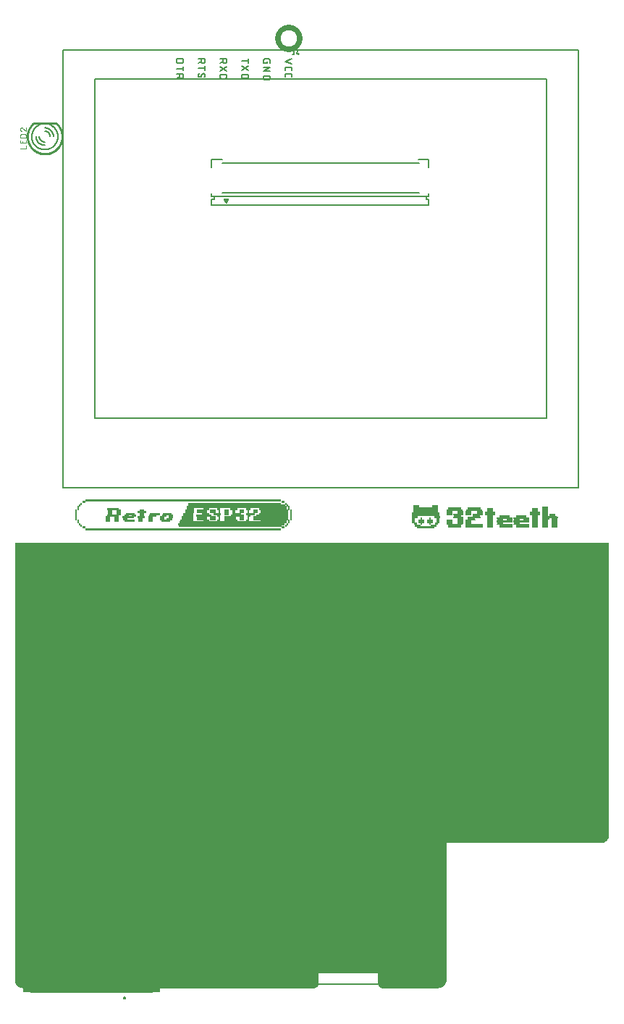
<source format=gto>
G04 EAGLE Gerber RS-274X export*
G75*
%MOMM*%
%FSLAX34Y34*%
%LPD*%
%INTop Silkscreen*%
%IPPOS*%
%AMOC8*
5,1,8,0,0,1.08239X$1,22.5*%
G01*
%ADD10C,0.609600*%
%ADD11C,0.203200*%
%ADD12C,0.254000*%
%ADD13C,0.152400*%
%ADD14C,0.101600*%
%ADD15C,0.200000*%
%ADD16C,0.127000*%
%ADD17R,2.032000X0.050800*%
%ADD18R,1.524000X0.050800*%
%ADD19R,0.609600X0.050800*%
%ADD20R,0.711200X0.050800*%
%ADD21R,0.406400X0.050800*%
%ADD22R,0.203200X0.050800*%
%ADD23R,1.930400X0.050800*%
%ADD24R,1.828800X0.050800*%
%ADD25R,1.117600X0.050800*%
%ADD26R,0.914400X0.050800*%
%ADD27R,1.219200X0.050800*%
%ADD28R,1.625600X0.050800*%
%ADD29R,3.251200X0.050800*%
%ADD30R,2.844800X0.050800*%
%ADD31R,22.910800X0.025400*%
%ADD32R,0.406400X0.025400*%
%ADD33R,0.203200X0.025400*%
%ADD34R,12.039600X0.025400*%
%ADD35R,0.177800X0.025400*%
%ADD36R,12.446000X0.025400*%
%ADD37R,12.471400X0.025400*%
%ADD38R,0.584200X0.025400*%
%ADD39R,1.168400X0.025400*%
%ADD40R,0.990600X0.025400*%
%ADD41R,1.600200X0.025400*%
%ADD42R,0.609600X0.025400*%
%ADD43R,0.381000X0.025400*%
%ADD44R,1.574800X0.025400*%
%ADD45R,2.971800X0.025400*%
%ADD46R,1.397000X0.025400*%
%ADD47R,1.193800X0.025400*%
%ADD48R,1.371600X0.025400*%
%ADD49R,4.140200X0.025400*%
%ADD50R,0.787400X0.025400*%
%ADD51R,1.778000X0.025400*%
%ADD52R,3.733800X0.025400*%
%ADD53R,3.352800X0.025400*%
%ADD54R,3.149600X0.025400*%
%ADD55R,3.175000X0.025400*%
%ADD56R,11.658600X0.025400*%
%ADD57R,11.277600X0.025400*%
%ADD58R,10.871200X0.025400*%

G36*
X170005Y-5001D02*
X170005Y-5001D01*
X170005Y-5000D01*
X170005Y-5D01*
X350000Y-5D01*
X350001Y-5D01*
X351113Y120D01*
X351114Y121D01*
X352171Y490D01*
X352171Y491D01*
X352172Y491D01*
X353120Y1087D01*
X353121Y1087D01*
X353913Y1879D01*
X353913Y1880D01*
X354509Y2828D01*
X354509Y2829D01*
X354510Y2829D01*
X354879Y3886D01*
X354880Y3887D01*
X355005Y4999D01*
X355005Y5000D01*
X355005Y17495D01*
X424995Y17495D01*
X424995Y5000D01*
X424995Y4999D01*
X425120Y3887D01*
X425121Y3886D01*
X425490Y2829D01*
X425491Y2829D01*
X425491Y2828D01*
X426087Y1880D01*
X426087Y1879D01*
X426879Y1087D01*
X426880Y1087D01*
X427828Y491D01*
X427829Y491D01*
X427829Y490D01*
X428886Y121D01*
X428887Y120D01*
X429999Y-5D01*
X430000Y-5D01*
X495000Y-5D01*
X496737Y147D01*
X496738Y147D01*
X498421Y598D01*
X498422Y599D01*
X500002Y1335D01*
X500002Y1336D01*
X500003Y1336D01*
X501431Y2335D01*
X501431Y2336D01*
X502664Y3569D01*
X502665Y3569D01*
X503664Y4997D01*
X503664Y4998D01*
X503665Y4998D01*
X504401Y6578D01*
X504402Y6579D01*
X504853Y8262D01*
X504853Y8263D01*
X505005Y10000D01*
X505005Y169495D01*
X685000Y169495D01*
X686737Y169647D01*
X686738Y169647D01*
X688421Y170098D01*
X688422Y170099D01*
X690002Y170835D01*
X690002Y170836D01*
X690003Y170836D01*
X691431Y171835D01*
X691431Y171836D01*
X692664Y173069D01*
X692665Y173069D01*
X693664Y174497D01*
X693664Y174498D01*
X693665Y174498D01*
X694401Y176078D01*
X694402Y176079D01*
X694853Y177762D01*
X694853Y177763D01*
X695005Y179500D01*
X695005Y520000D01*
X695001Y520005D01*
X695000Y520005D01*
X0Y520005D01*
X-5Y520001D01*
X-5Y520000D01*
X-5Y10000D01*
X147Y8263D01*
X147Y8262D01*
X598Y6579D01*
X599Y6578D01*
X1335Y4998D01*
X1336Y4998D01*
X1336Y4997D01*
X2335Y3569D01*
X2336Y3569D01*
X3569Y2336D01*
X3569Y2335D01*
X4997Y1336D01*
X4998Y1336D01*
X4998Y1335D01*
X6578Y599D01*
X6579Y598D01*
X8262Y147D01*
X8263Y147D01*
X9995Y-5D01*
X9995Y-5000D01*
X9999Y-5005D01*
X10000Y-5005D01*
X170000Y-5005D01*
X170005Y-5001D01*
G37*
G36*
X247315Y916601D02*
X247315Y916601D01*
X247415Y916608D01*
X247455Y916623D01*
X247498Y916629D01*
X247588Y916672D01*
X247681Y916706D01*
X247716Y916732D01*
X247755Y916750D01*
X247830Y916816D01*
X247910Y916875D01*
X247933Y916906D01*
X247969Y916937D01*
X248066Y917089D01*
X248108Y917146D01*
X250108Y921146D01*
X250111Y921154D01*
X250116Y921161D01*
X250156Y921289D01*
X250198Y921416D01*
X250199Y921424D01*
X250201Y921432D01*
X250205Y921567D01*
X250210Y921700D01*
X250208Y921708D01*
X250209Y921716D01*
X250175Y921846D01*
X250143Y921976D01*
X250139Y921983D01*
X250137Y921991D01*
X250069Y922106D01*
X250002Y922223D01*
X249996Y922229D01*
X249992Y922236D01*
X249894Y922328D01*
X249798Y922421D01*
X249790Y922424D01*
X249784Y922430D01*
X249665Y922491D01*
X249547Y922554D01*
X249539Y922556D01*
X249531Y922560D01*
X249479Y922568D01*
X249269Y922613D01*
X249231Y922610D01*
X249200Y922615D01*
X245200Y922615D01*
X245192Y922614D01*
X245183Y922615D01*
X245051Y922594D01*
X244919Y922575D01*
X244911Y922572D01*
X244902Y922571D01*
X244781Y922514D01*
X244659Y922459D01*
X244653Y922454D01*
X244645Y922450D01*
X244544Y922362D01*
X244442Y922276D01*
X244437Y922268D01*
X244431Y922263D01*
X244359Y922150D01*
X244285Y922039D01*
X244282Y922031D01*
X244277Y922024D01*
X244239Y921895D01*
X244199Y921768D01*
X244199Y921759D01*
X244196Y921751D01*
X244195Y921617D01*
X244191Y921484D01*
X244194Y921475D01*
X244194Y921467D01*
X244209Y921416D01*
X244263Y921209D01*
X244283Y921176D01*
X244292Y921146D01*
X246292Y917146D01*
X246349Y917064D01*
X246398Y916977D01*
X246429Y916947D01*
X246453Y916912D01*
X246531Y916849D01*
X246602Y916780D01*
X246640Y916759D01*
X246673Y916732D01*
X246765Y916693D01*
X246853Y916646D01*
X246895Y916637D01*
X246935Y916620D01*
X247034Y916608D01*
X247131Y916587D01*
X247174Y916590D01*
X247217Y916585D01*
X247315Y916601D01*
G37*
D10*
X307250Y1110000D02*
X307254Y1110313D01*
X307265Y1110626D01*
X307285Y1110938D01*
X307311Y1111250D01*
X307346Y1111561D01*
X307388Y1111871D01*
X307438Y1112180D01*
X307495Y1112487D01*
X307560Y1112794D01*
X307632Y1113098D01*
X307712Y1113401D01*
X307799Y1113701D01*
X307894Y1113999D01*
X307995Y1114295D01*
X308104Y1114589D01*
X308221Y1114879D01*
X308344Y1115167D01*
X308474Y1115451D01*
X308611Y1115733D01*
X308756Y1116010D01*
X308906Y1116284D01*
X309064Y1116555D01*
X309228Y1116821D01*
X309399Y1117084D01*
X309576Y1117342D01*
X309759Y1117595D01*
X309949Y1117844D01*
X310144Y1118089D01*
X310346Y1118328D01*
X310553Y1118562D01*
X310766Y1118792D01*
X310984Y1119016D01*
X311208Y1119234D01*
X311438Y1119447D01*
X311672Y1119654D01*
X311911Y1119856D01*
X312156Y1120051D01*
X312405Y1120241D01*
X312658Y1120424D01*
X312916Y1120601D01*
X313179Y1120772D01*
X313445Y1120936D01*
X313716Y1121094D01*
X313990Y1121244D01*
X314267Y1121389D01*
X314549Y1121526D01*
X314833Y1121656D01*
X315121Y1121779D01*
X315411Y1121896D01*
X315705Y1122005D01*
X316001Y1122106D01*
X316299Y1122201D01*
X316599Y1122288D01*
X316902Y1122368D01*
X317206Y1122440D01*
X317513Y1122505D01*
X317820Y1122562D01*
X318129Y1122612D01*
X318439Y1122654D01*
X318750Y1122689D01*
X319062Y1122715D01*
X319374Y1122735D01*
X319687Y1122746D01*
X320000Y1122750D01*
X320313Y1122746D01*
X320626Y1122735D01*
X320938Y1122715D01*
X321250Y1122689D01*
X321561Y1122654D01*
X321871Y1122612D01*
X322180Y1122562D01*
X322487Y1122505D01*
X322794Y1122440D01*
X323098Y1122368D01*
X323401Y1122288D01*
X323701Y1122201D01*
X323999Y1122106D01*
X324295Y1122005D01*
X324589Y1121896D01*
X324879Y1121779D01*
X325167Y1121656D01*
X325451Y1121526D01*
X325733Y1121389D01*
X326010Y1121244D01*
X326284Y1121094D01*
X326555Y1120936D01*
X326821Y1120772D01*
X327084Y1120601D01*
X327342Y1120424D01*
X327595Y1120241D01*
X327844Y1120051D01*
X328089Y1119856D01*
X328328Y1119654D01*
X328562Y1119447D01*
X328792Y1119234D01*
X329016Y1119016D01*
X329234Y1118792D01*
X329447Y1118562D01*
X329654Y1118328D01*
X329856Y1118089D01*
X330051Y1117844D01*
X330241Y1117595D01*
X330424Y1117342D01*
X330601Y1117084D01*
X330772Y1116821D01*
X330936Y1116555D01*
X331094Y1116284D01*
X331244Y1116010D01*
X331389Y1115733D01*
X331526Y1115451D01*
X331656Y1115167D01*
X331779Y1114879D01*
X331896Y1114589D01*
X332005Y1114295D01*
X332106Y1113999D01*
X332201Y1113701D01*
X332288Y1113401D01*
X332368Y1113098D01*
X332440Y1112794D01*
X332505Y1112487D01*
X332562Y1112180D01*
X332612Y1111871D01*
X332654Y1111561D01*
X332689Y1111250D01*
X332715Y1110938D01*
X332735Y1110626D01*
X332746Y1110313D01*
X332750Y1110000D01*
X332746Y1109687D01*
X332735Y1109374D01*
X332715Y1109062D01*
X332689Y1108750D01*
X332654Y1108439D01*
X332612Y1108129D01*
X332562Y1107820D01*
X332505Y1107513D01*
X332440Y1107206D01*
X332368Y1106902D01*
X332288Y1106599D01*
X332201Y1106299D01*
X332106Y1106001D01*
X332005Y1105705D01*
X331896Y1105411D01*
X331779Y1105121D01*
X331656Y1104833D01*
X331526Y1104549D01*
X331389Y1104267D01*
X331244Y1103990D01*
X331094Y1103716D01*
X330936Y1103445D01*
X330772Y1103179D01*
X330601Y1102916D01*
X330424Y1102658D01*
X330241Y1102405D01*
X330051Y1102156D01*
X329856Y1101911D01*
X329654Y1101672D01*
X329447Y1101438D01*
X329234Y1101208D01*
X329016Y1100984D01*
X328792Y1100766D01*
X328562Y1100553D01*
X328328Y1100346D01*
X328089Y1100144D01*
X327844Y1099949D01*
X327595Y1099759D01*
X327342Y1099576D01*
X327084Y1099399D01*
X326821Y1099228D01*
X326555Y1099064D01*
X326284Y1098906D01*
X326010Y1098756D01*
X325733Y1098611D01*
X325451Y1098474D01*
X325167Y1098344D01*
X324879Y1098221D01*
X324589Y1098104D01*
X324295Y1097995D01*
X323999Y1097894D01*
X323701Y1097799D01*
X323401Y1097712D01*
X323098Y1097632D01*
X322794Y1097560D01*
X322487Y1097495D01*
X322180Y1097438D01*
X321871Y1097388D01*
X321561Y1097346D01*
X321250Y1097311D01*
X320938Y1097285D01*
X320626Y1097265D01*
X320313Y1097254D01*
X320000Y1097250D01*
X319687Y1097254D01*
X319374Y1097265D01*
X319062Y1097285D01*
X318750Y1097311D01*
X318439Y1097346D01*
X318129Y1097388D01*
X317820Y1097438D01*
X317513Y1097495D01*
X317206Y1097560D01*
X316902Y1097632D01*
X316599Y1097712D01*
X316299Y1097799D01*
X316001Y1097894D01*
X315705Y1097995D01*
X315411Y1098104D01*
X315121Y1098221D01*
X314833Y1098344D01*
X314549Y1098474D01*
X314267Y1098611D01*
X313990Y1098756D01*
X313716Y1098906D01*
X313445Y1099064D01*
X313179Y1099228D01*
X312916Y1099399D01*
X312658Y1099576D01*
X312405Y1099759D01*
X312156Y1099949D01*
X311911Y1100144D01*
X311672Y1100346D01*
X311438Y1100553D01*
X311208Y1100766D01*
X310984Y1100984D01*
X310766Y1101208D01*
X310553Y1101438D01*
X310346Y1101672D01*
X310144Y1101911D01*
X309949Y1102156D01*
X309759Y1102405D01*
X309576Y1102658D01*
X309399Y1102916D01*
X309228Y1103179D01*
X309064Y1103445D01*
X308906Y1103716D01*
X308756Y1103990D01*
X308611Y1104267D01*
X308474Y1104549D01*
X308344Y1104833D01*
X308221Y1105121D01*
X308104Y1105411D01*
X307995Y1105705D01*
X307894Y1106001D01*
X307799Y1106299D01*
X307712Y1106599D01*
X307632Y1106902D01*
X307560Y1107206D01*
X307495Y1107513D01*
X307438Y1107820D01*
X307388Y1108129D01*
X307346Y1108439D01*
X307311Y1108750D01*
X307285Y1109062D01*
X307265Y1109374D01*
X307254Y1109687D01*
X307250Y1110000D01*
D11*
X315936Y1082775D02*
X324064Y1085484D01*
X324064Y1080065D02*
X315936Y1082775D01*
X315936Y1074129D02*
X315936Y1072323D01*
X315936Y1074129D02*
X315938Y1074212D01*
X315944Y1074296D01*
X315953Y1074379D01*
X315967Y1074461D01*
X315984Y1074542D01*
X316005Y1074623D01*
X316030Y1074703D01*
X316058Y1074781D01*
X316090Y1074858D01*
X316125Y1074934D01*
X316164Y1075008D01*
X316207Y1075080D01*
X316252Y1075150D01*
X316301Y1075217D01*
X316353Y1075283D01*
X316407Y1075346D01*
X316465Y1075406D01*
X316525Y1075464D01*
X316588Y1075518D01*
X316654Y1075570D01*
X316721Y1075619D01*
X316791Y1075665D01*
X316863Y1075707D01*
X316937Y1075746D01*
X317013Y1075781D01*
X317090Y1075813D01*
X317168Y1075841D01*
X317248Y1075866D01*
X317329Y1075887D01*
X317410Y1075904D01*
X317493Y1075918D01*
X317575Y1075927D01*
X317659Y1075933D01*
X317742Y1075935D01*
X322258Y1075935D01*
X322341Y1075933D01*
X322425Y1075927D01*
X322508Y1075918D01*
X322590Y1075904D01*
X322671Y1075887D01*
X322752Y1075866D01*
X322832Y1075841D01*
X322910Y1075813D01*
X322987Y1075781D01*
X323063Y1075746D01*
X323137Y1075707D01*
X323209Y1075665D01*
X323279Y1075619D01*
X323346Y1075570D01*
X323412Y1075518D01*
X323475Y1075464D01*
X323535Y1075406D01*
X323593Y1075346D01*
X323647Y1075283D01*
X323699Y1075217D01*
X323748Y1075150D01*
X323793Y1075080D01*
X323836Y1075008D01*
X323875Y1074934D01*
X323910Y1074859D01*
X323942Y1074781D01*
X323970Y1074703D01*
X323995Y1074623D01*
X324016Y1074543D01*
X324033Y1074461D01*
X324047Y1074379D01*
X324056Y1074296D01*
X324062Y1074212D01*
X324064Y1074129D01*
X324064Y1072323D01*
X315936Y1066509D02*
X315936Y1064703D01*
X315936Y1066509D02*
X315938Y1066592D01*
X315944Y1066676D01*
X315953Y1066759D01*
X315967Y1066841D01*
X315984Y1066922D01*
X316005Y1067003D01*
X316030Y1067083D01*
X316058Y1067161D01*
X316090Y1067238D01*
X316125Y1067314D01*
X316164Y1067388D01*
X316207Y1067460D01*
X316252Y1067530D01*
X316301Y1067597D01*
X316353Y1067663D01*
X316407Y1067726D01*
X316465Y1067786D01*
X316525Y1067844D01*
X316588Y1067898D01*
X316654Y1067950D01*
X316721Y1067999D01*
X316791Y1068045D01*
X316863Y1068087D01*
X316937Y1068126D01*
X317013Y1068161D01*
X317090Y1068193D01*
X317168Y1068221D01*
X317248Y1068246D01*
X317329Y1068267D01*
X317410Y1068284D01*
X317493Y1068298D01*
X317575Y1068307D01*
X317659Y1068313D01*
X317742Y1068315D01*
X322258Y1068315D01*
X322341Y1068313D01*
X322425Y1068307D01*
X322508Y1068298D01*
X322590Y1068284D01*
X322671Y1068267D01*
X322752Y1068246D01*
X322832Y1068221D01*
X322910Y1068193D01*
X322987Y1068161D01*
X323063Y1068126D01*
X323137Y1068087D01*
X323209Y1068045D01*
X323279Y1067999D01*
X323346Y1067950D01*
X323412Y1067898D01*
X323475Y1067844D01*
X323535Y1067786D01*
X323593Y1067726D01*
X323647Y1067663D01*
X323699Y1067597D01*
X323748Y1067530D01*
X323793Y1067460D01*
X323836Y1067388D01*
X323875Y1067314D01*
X323910Y1067239D01*
X323942Y1067161D01*
X323970Y1067083D01*
X323995Y1067003D01*
X324016Y1066923D01*
X324033Y1066841D01*
X324047Y1066759D01*
X324056Y1066676D01*
X324062Y1066592D01*
X324064Y1066509D01*
X324064Y1064703D01*
X295052Y1080968D02*
X295052Y1082323D01*
X295052Y1080968D02*
X290536Y1080968D01*
X290536Y1083678D01*
X290538Y1083761D01*
X290544Y1083845D01*
X290553Y1083928D01*
X290567Y1084010D01*
X290584Y1084091D01*
X290605Y1084172D01*
X290630Y1084252D01*
X290658Y1084330D01*
X290690Y1084407D01*
X290725Y1084483D01*
X290764Y1084557D01*
X290807Y1084629D01*
X290852Y1084699D01*
X290901Y1084766D01*
X290953Y1084832D01*
X291007Y1084895D01*
X291065Y1084955D01*
X291125Y1085013D01*
X291188Y1085067D01*
X291254Y1085119D01*
X291321Y1085168D01*
X291391Y1085214D01*
X291463Y1085256D01*
X291537Y1085295D01*
X291613Y1085330D01*
X291690Y1085362D01*
X291768Y1085390D01*
X291848Y1085415D01*
X291929Y1085436D01*
X292010Y1085453D01*
X292093Y1085467D01*
X292175Y1085476D01*
X292259Y1085482D01*
X292342Y1085484D01*
X296858Y1085484D01*
X296941Y1085482D01*
X297025Y1085476D01*
X297108Y1085467D01*
X297190Y1085453D01*
X297271Y1085436D01*
X297352Y1085415D01*
X297432Y1085390D01*
X297510Y1085362D01*
X297587Y1085330D01*
X297663Y1085295D01*
X297737Y1085256D01*
X297809Y1085214D01*
X297879Y1085168D01*
X297946Y1085119D01*
X298012Y1085067D01*
X298075Y1085013D01*
X298135Y1084955D01*
X298193Y1084895D01*
X298247Y1084832D01*
X298299Y1084766D01*
X298348Y1084699D01*
X298393Y1084629D01*
X298436Y1084557D01*
X298475Y1084483D01*
X298510Y1084408D01*
X298542Y1084330D01*
X298570Y1084252D01*
X298595Y1084172D01*
X298616Y1084092D01*
X298633Y1084010D01*
X298647Y1083928D01*
X298656Y1083845D01*
X298662Y1083761D01*
X298664Y1083678D01*
X298664Y1080968D01*
X298664Y1075730D02*
X290536Y1075730D01*
X290536Y1071215D02*
X298664Y1075730D01*
X298664Y1071215D02*
X290536Y1071215D01*
X290536Y1065977D02*
X298664Y1065977D01*
X298664Y1063719D01*
X298662Y1063626D01*
X298656Y1063533D01*
X298647Y1063440D01*
X298633Y1063347D01*
X298616Y1063256D01*
X298595Y1063165D01*
X298570Y1063075D01*
X298542Y1062986D01*
X298510Y1062898D01*
X298474Y1062812D01*
X298435Y1062727D01*
X298392Y1062644D01*
X298346Y1062563D01*
X298296Y1062484D01*
X298244Y1062407D01*
X298188Y1062332D01*
X298129Y1062260D01*
X298067Y1062190D01*
X298003Y1062122D01*
X297935Y1062058D01*
X297865Y1061996D01*
X297793Y1061937D01*
X297718Y1061881D01*
X297641Y1061829D01*
X297562Y1061779D01*
X297481Y1061733D01*
X297398Y1061690D01*
X297313Y1061651D01*
X297227Y1061615D01*
X297139Y1061583D01*
X297050Y1061555D01*
X296960Y1061530D01*
X296869Y1061509D01*
X296778Y1061492D01*
X296685Y1061478D01*
X296592Y1061469D01*
X296499Y1061463D01*
X296406Y1061461D01*
X292794Y1061461D01*
X292701Y1061463D01*
X292608Y1061469D01*
X292515Y1061478D01*
X292422Y1061492D01*
X292331Y1061509D01*
X292240Y1061530D01*
X292150Y1061555D01*
X292061Y1061583D01*
X291973Y1061615D01*
X291887Y1061651D01*
X291802Y1061690D01*
X291719Y1061733D01*
X291638Y1061779D01*
X291559Y1061829D01*
X291482Y1061881D01*
X291407Y1061937D01*
X291335Y1061996D01*
X291265Y1062058D01*
X291197Y1062122D01*
X291133Y1062190D01*
X291071Y1062260D01*
X291012Y1062332D01*
X290956Y1062407D01*
X290904Y1062484D01*
X290854Y1062563D01*
X290808Y1062644D01*
X290765Y1062727D01*
X290726Y1062812D01*
X290690Y1062898D01*
X290658Y1062986D01*
X290630Y1063075D01*
X290605Y1063165D01*
X290584Y1063256D01*
X290567Y1063347D01*
X290553Y1063440D01*
X290544Y1063533D01*
X290538Y1063626D01*
X290536Y1063719D01*
X290536Y1065977D01*
X273264Y1083226D02*
X265136Y1083226D01*
X273264Y1085484D02*
X273264Y1080968D01*
X265136Y1077401D02*
X273264Y1071983D01*
X273264Y1077401D02*
X265136Y1071983D01*
X265136Y1067501D02*
X273264Y1067501D01*
X273264Y1065243D01*
X273262Y1065150D01*
X273256Y1065057D01*
X273247Y1064964D01*
X273233Y1064871D01*
X273216Y1064780D01*
X273195Y1064689D01*
X273170Y1064599D01*
X273142Y1064510D01*
X273110Y1064422D01*
X273074Y1064336D01*
X273035Y1064251D01*
X272992Y1064168D01*
X272946Y1064087D01*
X272896Y1064008D01*
X272844Y1063931D01*
X272788Y1063856D01*
X272729Y1063784D01*
X272667Y1063714D01*
X272603Y1063646D01*
X272535Y1063582D01*
X272465Y1063520D01*
X272393Y1063461D01*
X272318Y1063405D01*
X272241Y1063353D01*
X272162Y1063303D01*
X272081Y1063257D01*
X271998Y1063214D01*
X271913Y1063175D01*
X271827Y1063139D01*
X271739Y1063107D01*
X271650Y1063079D01*
X271560Y1063054D01*
X271469Y1063033D01*
X271378Y1063016D01*
X271285Y1063002D01*
X271192Y1062993D01*
X271099Y1062987D01*
X271006Y1062985D01*
X267394Y1062985D01*
X267301Y1062987D01*
X267208Y1062993D01*
X267115Y1063002D01*
X267022Y1063016D01*
X266931Y1063033D01*
X266840Y1063054D01*
X266750Y1063079D01*
X266661Y1063107D01*
X266573Y1063139D01*
X266487Y1063175D01*
X266402Y1063214D01*
X266319Y1063257D01*
X266238Y1063303D01*
X266159Y1063353D01*
X266082Y1063405D01*
X266007Y1063461D01*
X265935Y1063520D01*
X265865Y1063582D01*
X265797Y1063646D01*
X265733Y1063714D01*
X265671Y1063784D01*
X265612Y1063856D01*
X265556Y1063931D01*
X265504Y1064008D01*
X265454Y1064087D01*
X265408Y1064168D01*
X265365Y1064251D01*
X265326Y1064336D01*
X265290Y1064422D01*
X265258Y1064510D01*
X265230Y1064599D01*
X265205Y1064689D01*
X265184Y1064780D01*
X265167Y1064871D01*
X265153Y1064964D01*
X265144Y1065057D01*
X265138Y1065150D01*
X265136Y1065243D01*
X265136Y1067501D01*
X247864Y1085484D02*
X239736Y1085484D01*
X247864Y1085484D02*
X247864Y1083226D01*
X247862Y1083133D01*
X247856Y1083040D01*
X247847Y1082947D01*
X247833Y1082854D01*
X247816Y1082763D01*
X247795Y1082672D01*
X247770Y1082582D01*
X247742Y1082493D01*
X247710Y1082405D01*
X247674Y1082319D01*
X247635Y1082234D01*
X247592Y1082151D01*
X247546Y1082070D01*
X247496Y1081991D01*
X247444Y1081914D01*
X247388Y1081839D01*
X247329Y1081767D01*
X247267Y1081697D01*
X247203Y1081629D01*
X247135Y1081565D01*
X247065Y1081503D01*
X246993Y1081444D01*
X246918Y1081388D01*
X246841Y1081336D01*
X246762Y1081286D01*
X246681Y1081240D01*
X246598Y1081197D01*
X246513Y1081158D01*
X246427Y1081122D01*
X246339Y1081090D01*
X246250Y1081062D01*
X246160Y1081037D01*
X246069Y1081016D01*
X245978Y1080999D01*
X245885Y1080985D01*
X245792Y1080976D01*
X245699Y1080970D01*
X245606Y1080968D01*
X245513Y1080970D01*
X245420Y1080976D01*
X245327Y1080985D01*
X245234Y1080999D01*
X245143Y1081016D01*
X245052Y1081037D01*
X244962Y1081062D01*
X244873Y1081090D01*
X244785Y1081122D01*
X244699Y1081158D01*
X244614Y1081197D01*
X244531Y1081240D01*
X244450Y1081286D01*
X244371Y1081336D01*
X244294Y1081388D01*
X244219Y1081444D01*
X244147Y1081503D01*
X244077Y1081565D01*
X244009Y1081629D01*
X243945Y1081697D01*
X243883Y1081767D01*
X243824Y1081839D01*
X243768Y1081914D01*
X243716Y1081991D01*
X243666Y1082070D01*
X243620Y1082151D01*
X243577Y1082234D01*
X243538Y1082319D01*
X243502Y1082405D01*
X243470Y1082493D01*
X243442Y1082582D01*
X243417Y1082672D01*
X243396Y1082763D01*
X243379Y1082854D01*
X243365Y1082947D01*
X243356Y1083040D01*
X243350Y1083133D01*
X243348Y1083226D01*
X243348Y1085484D01*
X243348Y1082775D02*
X239736Y1080968D01*
X239736Y1076895D02*
X247864Y1071476D01*
X247864Y1076895D02*
X239736Y1071476D01*
X239736Y1066994D02*
X247864Y1066994D01*
X247864Y1064737D01*
X247862Y1064644D01*
X247856Y1064551D01*
X247847Y1064458D01*
X247833Y1064365D01*
X247816Y1064274D01*
X247795Y1064183D01*
X247770Y1064093D01*
X247742Y1064004D01*
X247710Y1063916D01*
X247674Y1063830D01*
X247635Y1063745D01*
X247592Y1063662D01*
X247546Y1063581D01*
X247496Y1063502D01*
X247444Y1063425D01*
X247388Y1063350D01*
X247329Y1063278D01*
X247267Y1063208D01*
X247203Y1063140D01*
X247135Y1063076D01*
X247065Y1063014D01*
X246993Y1062955D01*
X246918Y1062899D01*
X246841Y1062847D01*
X246762Y1062797D01*
X246681Y1062751D01*
X246598Y1062708D01*
X246513Y1062669D01*
X246427Y1062633D01*
X246339Y1062601D01*
X246250Y1062573D01*
X246160Y1062548D01*
X246069Y1062527D01*
X245978Y1062510D01*
X245885Y1062496D01*
X245792Y1062487D01*
X245699Y1062481D01*
X245606Y1062479D01*
X241994Y1062479D01*
X241901Y1062481D01*
X241808Y1062487D01*
X241715Y1062496D01*
X241622Y1062510D01*
X241531Y1062527D01*
X241440Y1062548D01*
X241350Y1062573D01*
X241261Y1062601D01*
X241173Y1062633D01*
X241087Y1062669D01*
X241002Y1062708D01*
X240919Y1062751D01*
X240838Y1062797D01*
X240759Y1062847D01*
X240682Y1062899D01*
X240607Y1062955D01*
X240535Y1063014D01*
X240465Y1063076D01*
X240397Y1063140D01*
X240333Y1063208D01*
X240271Y1063278D01*
X240212Y1063350D01*
X240156Y1063425D01*
X240104Y1063502D01*
X240054Y1063581D01*
X240008Y1063662D01*
X239965Y1063745D01*
X239926Y1063830D01*
X239890Y1063916D01*
X239858Y1064004D01*
X239830Y1064093D01*
X239805Y1064183D01*
X239784Y1064274D01*
X239767Y1064365D01*
X239753Y1064458D01*
X239744Y1064551D01*
X239738Y1064644D01*
X239736Y1064737D01*
X239736Y1066994D01*
X222464Y1085484D02*
X214336Y1085484D01*
X222464Y1085484D02*
X222464Y1083226D01*
X222462Y1083133D01*
X222456Y1083040D01*
X222447Y1082947D01*
X222433Y1082854D01*
X222416Y1082763D01*
X222395Y1082672D01*
X222370Y1082582D01*
X222342Y1082493D01*
X222310Y1082405D01*
X222274Y1082319D01*
X222235Y1082234D01*
X222192Y1082151D01*
X222146Y1082070D01*
X222096Y1081991D01*
X222044Y1081914D01*
X221988Y1081839D01*
X221929Y1081767D01*
X221867Y1081697D01*
X221803Y1081629D01*
X221735Y1081565D01*
X221665Y1081503D01*
X221593Y1081444D01*
X221518Y1081388D01*
X221441Y1081336D01*
X221362Y1081286D01*
X221281Y1081240D01*
X221198Y1081197D01*
X221113Y1081158D01*
X221027Y1081122D01*
X220939Y1081090D01*
X220850Y1081062D01*
X220760Y1081037D01*
X220669Y1081016D01*
X220578Y1080999D01*
X220485Y1080985D01*
X220392Y1080976D01*
X220299Y1080970D01*
X220206Y1080968D01*
X220113Y1080970D01*
X220020Y1080976D01*
X219927Y1080985D01*
X219834Y1080999D01*
X219743Y1081016D01*
X219652Y1081037D01*
X219562Y1081062D01*
X219473Y1081090D01*
X219385Y1081122D01*
X219299Y1081158D01*
X219214Y1081197D01*
X219131Y1081240D01*
X219050Y1081286D01*
X218971Y1081336D01*
X218894Y1081388D01*
X218819Y1081444D01*
X218747Y1081503D01*
X218677Y1081565D01*
X218609Y1081629D01*
X218545Y1081697D01*
X218483Y1081767D01*
X218424Y1081839D01*
X218368Y1081914D01*
X218316Y1081991D01*
X218266Y1082070D01*
X218220Y1082151D01*
X218177Y1082234D01*
X218138Y1082319D01*
X218102Y1082405D01*
X218070Y1082493D01*
X218042Y1082582D01*
X218017Y1082672D01*
X217996Y1082763D01*
X217979Y1082854D01*
X217965Y1082947D01*
X217956Y1083040D01*
X217950Y1083133D01*
X217948Y1083226D01*
X217948Y1085484D01*
X217948Y1082775D02*
X214336Y1080968D01*
X214336Y1074795D02*
X222464Y1074795D01*
X222464Y1077053D02*
X222464Y1072537D01*
X214336Y1066114D02*
X214338Y1066031D01*
X214344Y1065947D01*
X214353Y1065864D01*
X214367Y1065782D01*
X214384Y1065701D01*
X214405Y1065620D01*
X214430Y1065540D01*
X214458Y1065462D01*
X214490Y1065385D01*
X214525Y1065309D01*
X214564Y1065235D01*
X214607Y1065163D01*
X214652Y1065093D01*
X214701Y1065026D01*
X214753Y1064960D01*
X214807Y1064897D01*
X214865Y1064837D01*
X214925Y1064779D01*
X214988Y1064725D01*
X215054Y1064673D01*
X215121Y1064624D01*
X215191Y1064579D01*
X215263Y1064536D01*
X215337Y1064497D01*
X215413Y1064462D01*
X215490Y1064430D01*
X215568Y1064402D01*
X215648Y1064377D01*
X215729Y1064356D01*
X215810Y1064339D01*
X215892Y1064325D01*
X215975Y1064316D01*
X216059Y1064310D01*
X216142Y1064308D01*
X214336Y1066114D02*
X214338Y1066235D01*
X214344Y1066355D01*
X214353Y1066475D01*
X214366Y1066595D01*
X214383Y1066714D01*
X214404Y1066833D01*
X214429Y1066951D01*
X214457Y1067068D01*
X214489Y1067184D01*
X214525Y1067299D01*
X214564Y1067413D01*
X214607Y1067526D01*
X214653Y1067637D01*
X214703Y1067747D01*
X214756Y1067855D01*
X214813Y1067961D01*
X214873Y1068066D01*
X214936Y1068168D01*
X215003Y1068269D01*
X215072Y1068367D01*
X215145Y1068463D01*
X215221Y1068557D01*
X215299Y1068649D01*
X215381Y1068737D01*
X215465Y1068824D01*
X220658Y1068597D02*
X220741Y1068595D01*
X220825Y1068589D01*
X220908Y1068580D01*
X220990Y1068566D01*
X221071Y1068549D01*
X221152Y1068528D01*
X221232Y1068503D01*
X221310Y1068475D01*
X221387Y1068443D01*
X221463Y1068408D01*
X221537Y1068369D01*
X221609Y1068326D01*
X221679Y1068281D01*
X221746Y1068232D01*
X221812Y1068180D01*
X221875Y1068126D01*
X221935Y1068068D01*
X221993Y1068008D01*
X222047Y1067945D01*
X222099Y1067879D01*
X222148Y1067812D01*
X222193Y1067742D01*
X222236Y1067670D01*
X222275Y1067596D01*
X222310Y1067520D01*
X222342Y1067443D01*
X222370Y1067365D01*
X222395Y1067285D01*
X222416Y1067204D01*
X222433Y1067123D01*
X222447Y1067041D01*
X222456Y1066958D01*
X222462Y1066874D01*
X222464Y1066791D01*
X222462Y1066676D01*
X222456Y1066562D01*
X222447Y1066447D01*
X222433Y1066334D01*
X222416Y1066220D01*
X222394Y1066107D01*
X222369Y1065996D01*
X222340Y1065884D01*
X222308Y1065774D01*
X222272Y1065666D01*
X222232Y1065558D01*
X222188Y1065452D01*
X222141Y1065347D01*
X222090Y1065245D01*
X222036Y1065143D01*
X221979Y1065044D01*
X221918Y1064947D01*
X221854Y1064852D01*
X221787Y1064759D01*
X219078Y1067694D02*
X219122Y1067764D01*
X219168Y1067833D01*
X219218Y1067899D01*
X219271Y1067963D01*
X219326Y1068024D01*
X219385Y1068083D01*
X219446Y1068139D01*
X219509Y1068192D01*
X219575Y1068243D01*
X219642Y1068290D01*
X219712Y1068334D01*
X219784Y1068375D01*
X219858Y1068413D01*
X219933Y1068448D01*
X220010Y1068479D01*
X220088Y1068506D01*
X220167Y1068530D01*
X220248Y1068550D01*
X220329Y1068567D01*
X220410Y1068580D01*
X220493Y1068590D01*
X220575Y1068595D01*
X220658Y1068597D01*
X217722Y1065211D02*
X217678Y1065141D01*
X217632Y1065072D01*
X217582Y1065006D01*
X217529Y1064942D01*
X217474Y1064881D01*
X217415Y1064822D01*
X217354Y1064766D01*
X217291Y1064713D01*
X217225Y1064662D01*
X217158Y1064615D01*
X217088Y1064571D01*
X217016Y1064530D01*
X216942Y1064492D01*
X216867Y1064457D01*
X216790Y1064426D01*
X216712Y1064399D01*
X216633Y1064375D01*
X216552Y1064355D01*
X216471Y1064338D01*
X216390Y1064325D01*
X216307Y1064315D01*
X216225Y1064310D01*
X216142Y1064308D01*
X217723Y1065211D02*
X219077Y1067694D01*
X197064Y1085484D02*
X188936Y1085484D01*
X197064Y1085484D02*
X197064Y1083226D01*
X197062Y1083133D01*
X197056Y1083040D01*
X197047Y1082947D01*
X197033Y1082854D01*
X197016Y1082763D01*
X196995Y1082672D01*
X196970Y1082582D01*
X196942Y1082493D01*
X196910Y1082405D01*
X196874Y1082319D01*
X196835Y1082234D01*
X196792Y1082151D01*
X196746Y1082070D01*
X196696Y1081991D01*
X196644Y1081914D01*
X196588Y1081839D01*
X196529Y1081767D01*
X196467Y1081697D01*
X196403Y1081629D01*
X196335Y1081565D01*
X196265Y1081503D01*
X196193Y1081444D01*
X196118Y1081388D01*
X196041Y1081336D01*
X195962Y1081286D01*
X195881Y1081240D01*
X195798Y1081197D01*
X195713Y1081158D01*
X195627Y1081122D01*
X195539Y1081090D01*
X195450Y1081062D01*
X195360Y1081037D01*
X195269Y1081016D01*
X195178Y1080999D01*
X195085Y1080985D01*
X194992Y1080976D01*
X194899Y1080970D01*
X194806Y1080968D01*
X191194Y1080968D01*
X191101Y1080970D01*
X191008Y1080976D01*
X190915Y1080985D01*
X190822Y1080999D01*
X190731Y1081016D01*
X190640Y1081037D01*
X190550Y1081062D01*
X190461Y1081090D01*
X190373Y1081122D01*
X190287Y1081158D01*
X190202Y1081197D01*
X190119Y1081240D01*
X190038Y1081286D01*
X189959Y1081336D01*
X189882Y1081388D01*
X189807Y1081444D01*
X189735Y1081503D01*
X189665Y1081565D01*
X189597Y1081629D01*
X189533Y1081697D01*
X189471Y1081767D01*
X189412Y1081839D01*
X189356Y1081914D01*
X189304Y1081991D01*
X189254Y1082070D01*
X189208Y1082151D01*
X189165Y1082234D01*
X189126Y1082319D01*
X189090Y1082405D01*
X189058Y1082493D01*
X189030Y1082582D01*
X189005Y1082672D01*
X188984Y1082763D01*
X188967Y1082854D01*
X188953Y1082947D01*
X188944Y1083040D01*
X188938Y1083133D01*
X188936Y1083226D01*
X188936Y1085484D01*
X188936Y1074387D02*
X197064Y1074387D01*
X197064Y1076645D02*
X197064Y1072129D01*
X197064Y1067703D02*
X188936Y1067703D01*
X197064Y1067703D02*
X197064Y1065445D01*
X197062Y1065352D01*
X197056Y1065259D01*
X197047Y1065166D01*
X197033Y1065073D01*
X197016Y1064982D01*
X196995Y1064891D01*
X196970Y1064801D01*
X196942Y1064712D01*
X196910Y1064624D01*
X196874Y1064538D01*
X196835Y1064453D01*
X196792Y1064370D01*
X196746Y1064289D01*
X196696Y1064210D01*
X196644Y1064133D01*
X196588Y1064058D01*
X196529Y1063986D01*
X196467Y1063916D01*
X196403Y1063848D01*
X196335Y1063784D01*
X196265Y1063722D01*
X196193Y1063663D01*
X196118Y1063607D01*
X196041Y1063555D01*
X195962Y1063505D01*
X195881Y1063459D01*
X195798Y1063416D01*
X195713Y1063377D01*
X195627Y1063341D01*
X195539Y1063309D01*
X195450Y1063281D01*
X195360Y1063256D01*
X195269Y1063235D01*
X195178Y1063218D01*
X195085Y1063204D01*
X194992Y1063195D01*
X194899Y1063189D01*
X194806Y1063187D01*
X194713Y1063189D01*
X194620Y1063195D01*
X194527Y1063204D01*
X194434Y1063218D01*
X194343Y1063235D01*
X194252Y1063256D01*
X194162Y1063281D01*
X194073Y1063309D01*
X193985Y1063341D01*
X193899Y1063377D01*
X193814Y1063416D01*
X193731Y1063459D01*
X193650Y1063505D01*
X193571Y1063555D01*
X193494Y1063607D01*
X193419Y1063663D01*
X193347Y1063722D01*
X193277Y1063784D01*
X193209Y1063848D01*
X193145Y1063916D01*
X193083Y1063986D01*
X193024Y1064058D01*
X192968Y1064133D01*
X192916Y1064210D01*
X192866Y1064289D01*
X192820Y1064370D01*
X192777Y1064453D01*
X192738Y1064538D01*
X192702Y1064624D01*
X192670Y1064712D01*
X192642Y1064801D01*
X192617Y1064891D01*
X192596Y1064982D01*
X192579Y1065073D01*
X192565Y1065166D01*
X192556Y1065259D01*
X192550Y1065352D01*
X192548Y1065445D01*
X192548Y1067703D01*
X192548Y1064993D02*
X188936Y1063187D01*
D12*
X47700Y1010748D02*
X22300Y1010748D01*
D13*
X25244Y983292D02*
X25528Y983062D01*
X25816Y982838D01*
X26110Y982622D01*
X26409Y982412D01*
X26713Y982210D01*
X27022Y982015D01*
X27335Y981828D01*
X27653Y981648D01*
X27975Y981476D01*
X28301Y981311D01*
X28631Y981155D01*
X28964Y981006D01*
X29301Y980866D01*
X29641Y980733D01*
X29984Y980609D01*
X30331Y980493D01*
X30679Y980385D01*
X31031Y980286D01*
X31384Y980195D01*
X31740Y980113D01*
X32098Y980039D01*
X32457Y979974D01*
X32817Y979917D01*
X33179Y979869D01*
X33542Y979830D01*
X33906Y979799D01*
X34270Y979777D01*
X34635Y979764D01*
X35000Y979760D01*
X35369Y979764D01*
X35738Y979778D01*
X36106Y979800D01*
X36474Y979831D01*
X36841Y979871D01*
X37207Y979920D01*
X37571Y979978D01*
X37934Y980045D01*
X38296Y980120D01*
X38655Y980205D01*
X39012Y980297D01*
X39367Y980399D01*
X39719Y980509D01*
X40069Y980627D01*
X40416Y980754D01*
X40759Y980890D01*
X41099Y981033D01*
X41436Y981185D01*
X41768Y981345D01*
X42097Y981513D01*
X42422Y981689D01*
X42742Y981873D01*
X43057Y982064D01*
X43368Y982263D01*
X43674Y982469D01*
X43975Y982683D01*
X44271Y982904D01*
X44561Y983132D01*
X44846Y983367D01*
X45125Y983609D01*
X35000Y1010240D02*
X34628Y1010235D01*
X34255Y1010222D01*
X33884Y1010199D01*
X33513Y1010167D01*
X33143Y1010126D01*
X32773Y1010076D01*
X32406Y1010018D01*
X32040Y1009950D01*
X31675Y1009873D01*
X31313Y1009787D01*
X30953Y1009693D01*
X30595Y1009589D01*
X30240Y1009477D01*
X29887Y1009357D01*
X29538Y1009228D01*
X29192Y1009090D01*
X28850Y1008944D01*
X28511Y1008789D01*
X28176Y1008627D01*
X27845Y1008456D01*
X27518Y1008277D01*
X27196Y1008090D01*
X26879Y1007896D01*
X26566Y1007693D01*
X26258Y1007484D01*
X25956Y1007266D01*
X25659Y1007042D01*
X25368Y1006810D01*
X25082Y1006571D01*
X35000Y1010240D02*
X35365Y1010236D01*
X35730Y1010223D01*
X36094Y1010201D01*
X36458Y1010170D01*
X36821Y1010131D01*
X37183Y1010083D01*
X37543Y1010026D01*
X37902Y1009961D01*
X38260Y1009887D01*
X38616Y1009805D01*
X38969Y1009714D01*
X39321Y1009615D01*
X39669Y1009507D01*
X40016Y1009391D01*
X40359Y1009267D01*
X40699Y1009134D01*
X41036Y1008994D01*
X41369Y1008845D01*
X41699Y1008689D01*
X42025Y1008524D01*
X42347Y1008352D01*
X42665Y1008172D01*
X42978Y1007985D01*
X43287Y1007790D01*
X43591Y1007588D01*
X43890Y1007378D01*
X44184Y1007162D01*
X44472Y1006938D01*
X44756Y1006708D01*
X26142Y1007401D02*
X25842Y1007182D01*
X25548Y1006955D01*
X25260Y1006721D01*
X24977Y1006480D01*
X24700Y1006233D01*
X24429Y1005978D01*
X24165Y1005717D01*
X23907Y1005450D01*
X23656Y1005177D01*
X23411Y1004897D01*
X23173Y1004612D01*
X22943Y1004321D01*
X22719Y1004024D01*
X22503Y1003722D01*
X22294Y1003415D01*
X22093Y1003103D01*
X21899Y1002786D01*
X21713Y1002464D01*
X21535Y1002138D01*
X21365Y1001808D01*
X21203Y1001474D01*
X21050Y1001136D01*
X20904Y1000794D01*
X20767Y1000449D01*
X20639Y1000100D01*
X20519Y999749D01*
X20407Y999394D01*
X20305Y999037D01*
X20210Y998678D01*
X20125Y998317D01*
X20049Y997953D01*
X19981Y997588D01*
X19923Y997221D01*
X19873Y996853D01*
X19832Y996484D01*
X19801Y996114D01*
X19778Y995743D01*
X19765Y995372D01*
X19760Y995000D01*
X19765Y994628D01*
X19778Y994257D01*
X19801Y993885D01*
X19833Y993515D01*
X19873Y993145D01*
X19923Y992777D01*
X19982Y992409D01*
X20049Y992044D01*
X20126Y991680D01*
X20212Y991318D01*
X20306Y990958D01*
X20409Y990601D01*
X20520Y990246D01*
X20641Y989894D01*
X20770Y989545D01*
X20907Y989200D01*
X21053Y988858D01*
X21207Y988519D01*
X21369Y988184D01*
X21539Y987854D01*
X21718Y987528D01*
X21904Y987206D01*
X22098Y986888D01*
X22300Y986576D01*
X22509Y986269D01*
X22726Y985967D01*
X22950Y985670D01*
X23181Y985378D01*
X23419Y985093D01*
X23665Y984813D01*
X23917Y984540D01*
X24175Y984272D01*
X24440Y984012D01*
X24711Y983757D01*
X24989Y983509D01*
X25272Y983269D01*
X25561Y983035D01*
X25856Y982808D01*
X50240Y995000D02*
X50236Y995364D01*
X50223Y995729D01*
X50201Y996093D01*
X50170Y996457D01*
X50131Y996820D01*
X50083Y997181D01*
X50027Y997542D01*
X49961Y997901D01*
X49888Y998258D01*
X49805Y998614D01*
X49715Y998967D01*
X49615Y999318D01*
X49508Y999667D01*
X49392Y1000013D01*
X49268Y1000356D01*
X49136Y1000696D01*
X48995Y1001033D01*
X48847Y1001366D01*
X48690Y1001696D01*
X48526Y1002021D01*
X48354Y1002343D01*
X48174Y1002661D01*
X47987Y1002974D01*
X47793Y1003283D01*
X47591Y1003586D01*
X47382Y1003885D01*
X47165Y1004179D01*
X46942Y1004468D01*
X46712Y1004751D01*
X46475Y1005029D01*
X46232Y1005300D01*
X45982Y1005566D01*
X45726Y1005826D01*
X45463Y1006080D01*
X45195Y1006327D01*
X44921Y1006568D01*
X44641Y1006802D01*
X44356Y1007030D01*
X50240Y995000D02*
X50236Y994636D01*
X50223Y994271D01*
X50201Y993907D01*
X50170Y993543D01*
X50131Y993180D01*
X50083Y992819D01*
X50027Y992458D01*
X49961Y992099D01*
X49888Y991742D01*
X49805Y991386D01*
X49715Y991033D01*
X49615Y990682D01*
X49508Y990333D01*
X49392Y989987D01*
X49268Y989644D01*
X49136Y989304D01*
X48995Y988967D01*
X48847Y988634D01*
X48690Y988304D01*
X48526Y987979D01*
X48354Y987657D01*
X48174Y987339D01*
X47987Y987026D01*
X47793Y986717D01*
X47591Y986414D01*
X47382Y986115D01*
X47165Y985821D01*
X46942Y985532D01*
X46712Y985249D01*
X46475Y984971D01*
X46232Y984700D01*
X45982Y984434D01*
X45726Y984174D01*
X45463Y983920D01*
X45195Y983673D01*
X44921Y983432D01*
X44641Y983198D01*
X44356Y982970D01*
X35000Y988650D02*
X34842Y988652D01*
X34683Y988658D01*
X34525Y988668D01*
X34368Y988682D01*
X34210Y988699D01*
X34054Y988721D01*
X33897Y988746D01*
X33742Y988776D01*
X33587Y988809D01*
X33433Y988846D01*
X33280Y988887D01*
X33128Y988932D01*
X32978Y988981D01*
X32828Y989033D01*
X32680Y989089D01*
X32533Y989149D01*
X32388Y989212D01*
X32245Y989279D01*
X32103Y989349D01*
X31963Y989423D01*
X31825Y989501D01*
X31689Y989582D01*
X31555Y989666D01*
X31423Y989753D01*
X31293Y989844D01*
X31166Y989938D01*
X31041Y990035D01*
X30918Y990136D01*
X30798Y990239D01*
X30681Y990345D01*
X30566Y990454D01*
X30454Y990566D01*
X30345Y990681D01*
X30239Y990798D01*
X30136Y990918D01*
X30035Y991041D01*
X29938Y991166D01*
X29844Y991293D01*
X29753Y991423D01*
X29666Y991555D01*
X29582Y991689D01*
X29501Y991825D01*
X29423Y991963D01*
X29349Y992103D01*
X29279Y992245D01*
X29212Y992388D01*
X29149Y992533D01*
X29089Y992680D01*
X29033Y992828D01*
X28981Y992978D01*
X28932Y993128D01*
X28887Y993280D01*
X28846Y993433D01*
X28809Y993587D01*
X28776Y993742D01*
X28746Y993897D01*
X28721Y994054D01*
X28699Y994210D01*
X28682Y994368D01*
X28668Y994525D01*
X28658Y994683D01*
X28652Y994842D01*
X28650Y995000D01*
X24840Y995000D02*
X24843Y994754D01*
X24852Y994509D01*
X24867Y994264D01*
X24887Y994019D01*
X24914Y993775D01*
X24947Y993532D01*
X24985Y993289D01*
X25029Y993048D01*
X25079Y992808D01*
X25135Y992569D01*
X25197Y992331D01*
X25264Y992095D01*
X25337Y991860D01*
X25416Y991628D01*
X25500Y991397D01*
X25590Y991169D01*
X25685Y990942D01*
X25786Y990719D01*
X25892Y990497D01*
X26004Y990278D01*
X26120Y990062D01*
X26242Y989849D01*
X26369Y989639D01*
X26501Y989432D01*
X26638Y989228D01*
X26780Y989028D01*
X26927Y988831D01*
X27079Y988638D01*
X27235Y988448D01*
X27395Y988263D01*
X27560Y988081D01*
X27730Y987903D01*
X27903Y987730D01*
X28081Y987560D01*
X28263Y987395D01*
X28448Y987235D01*
X28638Y987079D01*
X28831Y986927D01*
X29028Y986780D01*
X29228Y986638D01*
X29432Y986501D01*
X29639Y986369D01*
X29849Y986242D01*
X30062Y986120D01*
X30278Y986004D01*
X30497Y985892D01*
X30719Y985786D01*
X30942Y985685D01*
X31169Y985590D01*
X31397Y985500D01*
X31628Y985416D01*
X31860Y985337D01*
X32095Y985264D01*
X32331Y985197D01*
X32569Y985135D01*
X32808Y985079D01*
X33048Y985029D01*
X33289Y984985D01*
X33532Y984947D01*
X33775Y984914D01*
X34019Y984887D01*
X34264Y984867D01*
X34509Y984852D01*
X34754Y984843D01*
X35000Y984840D01*
X41350Y995000D02*
X41348Y995158D01*
X41342Y995317D01*
X41332Y995475D01*
X41318Y995632D01*
X41301Y995790D01*
X41279Y995946D01*
X41254Y996103D01*
X41224Y996258D01*
X41191Y996413D01*
X41154Y996567D01*
X41113Y996720D01*
X41068Y996872D01*
X41019Y997022D01*
X40967Y997172D01*
X40911Y997320D01*
X40851Y997467D01*
X40788Y997612D01*
X40721Y997755D01*
X40651Y997897D01*
X40577Y998037D01*
X40499Y998175D01*
X40418Y998311D01*
X40334Y998445D01*
X40247Y998577D01*
X40156Y998707D01*
X40062Y998834D01*
X39965Y998959D01*
X39864Y999082D01*
X39761Y999202D01*
X39655Y999319D01*
X39546Y999434D01*
X39434Y999546D01*
X39319Y999655D01*
X39202Y999761D01*
X39082Y999864D01*
X38959Y999965D01*
X38834Y1000062D01*
X38707Y1000156D01*
X38577Y1000247D01*
X38445Y1000334D01*
X38311Y1000418D01*
X38175Y1000499D01*
X38037Y1000577D01*
X37897Y1000651D01*
X37755Y1000721D01*
X37612Y1000788D01*
X37467Y1000851D01*
X37320Y1000911D01*
X37172Y1000967D01*
X37022Y1001019D01*
X36872Y1001068D01*
X36720Y1001113D01*
X36567Y1001154D01*
X36413Y1001191D01*
X36258Y1001224D01*
X36103Y1001254D01*
X35946Y1001279D01*
X35790Y1001301D01*
X35632Y1001318D01*
X35475Y1001332D01*
X35317Y1001342D01*
X35158Y1001348D01*
X35000Y1001350D01*
X35000Y1005160D02*
X35246Y1005157D01*
X35491Y1005148D01*
X35736Y1005133D01*
X35981Y1005113D01*
X36225Y1005086D01*
X36468Y1005053D01*
X36711Y1005015D01*
X36952Y1004971D01*
X37192Y1004921D01*
X37431Y1004865D01*
X37669Y1004803D01*
X37905Y1004736D01*
X38140Y1004663D01*
X38372Y1004584D01*
X38603Y1004500D01*
X38831Y1004410D01*
X39058Y1004315D01*
X39281Y1004214D01*
X39503Y1004108D01*
X39722Y1003996D01*
X39938Y1003880D01*
X40151Y1003758D01*
X40361Y1003631D01*
X40568Y1003499D01*
X40772Y1003362D01*
X40972Y1003220D01*
X41169Y1003073D01*
X41362Y1002921D01*
X41552Y1002765D01*
X41737Y1002605D01*
X41919Y1002440D01*
X42097Y1002270D01*
X42270Y1002097D01*
X42440Y1001919D01*
X42605Y1001737D01*
X42765Y1001552D01*
X42921Y1001362D01*
X43073Y1001169D01*
X43220Y1000972D01*
X43362Y1000772D01*
X43499Y1000568D01*
X43631Y1000361D01*
X43758Y1000151D01*
X43880Y999938D01*
X43996Y999722D01*
X44108Y999503D01*
X44214Y999281D01*
X44315Y999058D01*
X44410Y998831D01*
X44500Y998603D01*
X44584Y998372D01*
X44663Y998140D01*
X44736Y997905D01*
X44803Y997669D01*
X44865Y997431D01*
X44921Y997192D01*
X44971Y996952D01*
X45015Y996711D01*
X45053Y996468D01*
X45086Y996225D01*
X45113Y995981D01*
X45133Y995736D01*
X45148Y995491D01*
X45157Y995246D01*
X45160Y995000D01*
D12*
X21991Y1010610D02*
X21615Y1010289D01*
X21247Y1009959D01*
X20887Y1009619D01*
X20536Y1009272D01*
X20193Y1008916D01*
X19858Y1008551D01*
X19533Y1008179D01*
X19217Y1007798D01*
X18910Y1007411D01*
X18613Y1007015D01*
X18326Y1006613D01*
X18048Y1006204D01*
X17780Y1005788D01*
X17523Y1005366D01*
X17276Y1004938D01*
X17039Y1004504D01*
X16813Y1004064D01*
X16598Y1003619D01*
X16394Y1003168D01*
X16201Y1002713D01*
X16019Y1002253D01*
X15848Y1001789D01*
X15688Y1001321D01*
X15540Y1000850D01*
X15404Y1000374D01*
X15279Y999896D01*
X15165Y999415D01*
X15064Y998931D01*
X14974Y998444D01*
X14896Y997956D01*
X14830Y997466D01*
X14776Y996975D01*
X14734Y996482D01*
X14704Y995988D01*
X14686Y995494D01*
X14680Y995000D01*
X14686Y994512D01*
X14703Y994024D01*
X14733Y993537D01*
X14774Y993051D01*
X14826Y992566D01*
X14891Y992082D01*
X14967Y991600D01*
X15054Y991120D01*
X15153Y990642D01*
X15263Y990166D01*
X15385Y989694D01*
X15518Y989224D01*
X15663Y988758D01*
X15818Y988295D01*
X15985Y987837D01*
X16162Y987382D01*
X16351Y986932D01*
X16550Y986486D01*
X16760Y986045D01*
X16980Y985610D01*
X17211Y985180D01*
X17452Y984756D01*
X17703Y984337D01*
X17964Y983925D01*
X18235Y983519D01*
X18515Y983119D01*
X18805Y982727D01*
X19105Y982342D01*
X19413Y981963D01*
X19731Y981593D01*
X20057Y981230D01*
X20392Y980875D01*
X20736Y980528D01*
X21088Y980190D01*
X21447Y979860D01*
X21815Y979539D01*
X22190Y979227D01*
X22572Y978924D01*
X22962Y978630D01*
X23359Y978346D01*
X23762Y978071D01*
X24172Y977806D01*
X24588Y977551D01*
X25010Y977306D01*
X25438Y977071D01*
X55320Y995000D02*
X55314Y995490D01*
X55296Y995980D01*
X55267Y996469D01*
X55225Y996958D01*
X55172Y997445D01*
X55108Y997931D01*
X55031Y998415D01*
X54943Y998897D01*
X54843Y999377D01*
X54732Y999855D01*
X54609Y1000329D01*
X54474Y1000801D01*
X54329Y1001269D01*
X54172Y1001733D01*
X54004Y1002194D01*
X53825Y1002650D01*
X53635Y1003102D01*
X53434Y1003549D01*
X53222Y1003991D01*
X53000Y1004428D01*
X52768Y1004860D01*
X52525Y1005286D01*
X52271Y1005705D01*
X52008Y1006119D01*
X51735Y1006526D01*
X51452Y1006926D01*
X51159Y1007320D01*
X50858Y1007706D01*
X50546Y1008085D01*
X50226Y1008456D01*
X49897Y1008819D01*
X49560Y1009175D01*
X49213Y1009522D01*
X48859Y1009860D01*
X48496Y1010190D01*
X48126Y1010512D01*
X55320Y995000D02*
X55314Y994503D01*
X55296Y994007D01*
X55265Y993511D01*
X55223Y993016D01*
X55169Y992522D01*
X55102Y992029D01*
X55023Y991538D01*
X54933Y991050D01*
X54830Y990564D01*
X54716Y990080D01*
X54590Y989599D01*
X54452Y989122D01*
X54302Y988648D01*
X54141Y988178D01*
X53968Y987712D01*
X53785Y987250D01*
X53589Y986793D01*
X53383Y986341D01*
X53166Y985894D01*
X52938Y985452D01*
X52699Y985017D01*
X52450Y984587D01*
X52190Y984163D01*
X51920Y983746D01*
X51639Y983336D01*
X51349Y982932D01*
X51049Y982536D01*
X50740Y982147D01*
X50420Y981766D01*
X50092Y981393D01*
X49755Y981028D01*
X49409Y980671D01*
X49054Y980323D01*
X48691Y979984D01*
X48320Y979654D01*
X47940Y979333D01*
X47553Y979021D01*
X47159Y978719D01*
X46757Y978426D01*
X46348Y978144D01*
X45933Y977871D01*
X45510Y977609D01*
X45082Y977357D01*
X35000Y974680D02*
X34522Y974686D01*
X34044Y974702D01*
X33567Y974731D01*
X33091Y974770D01*
X32616Y974820D01*
X32142Y974882D01*
X31669Y974955D01*
X31199Y975039D01*
X30730Y975134D01*
X30264Y975240D01*
X29801Y975356D01*
X29340Y975484D01*
X28883Y975623D01*
X28429Y975772D01*
X27978Y975932D01*
X27532Y976102D01*
X27089Y976283D01*
X26651Y976474D01*
X26218Y976676D01*
X25789Y976887D01*
X25366Y977109D01*
X35000Y974680D02*
X35487Y974686D01*
X35974Y974703D01*
X36461Y974733D01*
X36946Y974773D01*
X37431Y974826D01*
X37914Y974890D01*
X38396Y974966D01*
X38875Y975053D01*
X39352Y975151D01*
X39827Y975261D01*
X40299Y975383D01*
X40768Y975516D01*
X41234Y975660D01*
X41696Y975815D01*
X42154Y975981D01*
X42608Y976158D01*
X43058Y976346D01*
X43503Y976544D01*
X43943Y976753D01*
X44378Y976973D01*
X44808Y977203D01*
X45232Y977444D01*
X45650Y977694D01*
D14*
X13156Y981014D02*
X6044Y981014D01*
X13156Y981014D02*
X13156Y984175D01*
X13156Y987354D02*
X13156Y990515D01*
X13156Y987354D02*
X6044Y987354D01*
X6044Y990515D01*
X9205Y989725D02*
X9205Y987354D01*
X6044Y993676D02*
X13156Y993676D01*
X6044Y993676D02*
X6044Y995651D01*
X6046Y995737D01*
X6052Y995823D01*
X6061Y995909D01*
X6074Y995994D01*
X6091Y996079D01*
X6111Y996162D01*
X6135Y996245D01*
X6163Y996327D01*
X6194Y996407D01*
X6229Y996486D01*
X6267Y996563D01*
X6309Y996639D01*
X6353Y996713D01*
X6401Y996784D01*
X6452Y996854D01*
X6506Y996921D01*
X6563Y996986D01*
X6623Y997048D01*
X6685Y997108D01*
X6750Y997165D01*
X6817Y997219D01*
X6887Y997270D01*
X6958Y997318D01*
X7032Y997362D01*
X7108Y997404D01*
X7185Y997442D01*
X7264Y997477D01*
X7344Y997508D01*
X7426Y997536D01*
X7509Y997560D01*
X7592Y997580D01*
X7677Y997597D01*
X7762Y997610D01*
X7848Y997619D01*
X7934Y997625D01*
X8020Y997627D01*
X11180Y997627D01*
X11266Y997625D01*
X11352Y997619D01*
X11438Y997610D01*
X11523Y997597D01*
X11608Y997580D01*
X11691Y997560D01*
X11774Y997536D01*
X11856Y997508D01*
X11936Y997477D01*
X12015Y997442D01*
X12092Y997404D01*
X12168Y997362D01*
X12242Y997318D01*
X12313Y997270D01*
X12383Y997219D01*
X12450Y997165D01*
X12515Y997108D01*
X12577Y997048D01*
X12637Y996986D01*
X12694Y996921D01*
X12748Y996854D01*
X12799Y996784D01*
X12847Y996713D01*
X12891Y996639D01*
X12933Y996563D01*
X12971Y996486D01*
X13006Y996407D01*
X13037Y996327D01*
X13065Y996245D01*
X13089Y996162D01*
X13109Y996079D01*
X13126Y995994D01*
X13139Y995909D01*
X13148Y995823D01*
X13154Y995737D01*
X13156Y995651D01*
X13156Y993676D01*
X6044Y1003408D02*
X6046Y1003490D01*
X6052Y1003572D01*
X6061Y1003654D01*
X6074Y1003735D01*
X6091Y1003815D01*
X6112Y1003895D01*
X6136Y1003973D01*
X6164Y1004050D01*
X6195Y1004126D01*
X6230Y1004201D01*
X6269Y1004273D01*
X6310Y1004344D01*
X6355Y1004413D01*
X6403Y1004479D01*
X6454Y1004544D01*
X6508Y1004606D01*
X6565Y1004665D01*
X6624Y1004722D01*
X6686Y1004776D01*
X6751Y1004827D01*
X6817Y1004875D01*
X6886Y1004920D01*
X6957Y1004961D01*
X7029Y1005000D01*
X7104Y1005035D01*
X7180Y1005066D01*
X7257Y1005094D01*
X7335Y1005118D01*
X7415Y1005139D01*
X7495Y1005156D01*
X7576Y1005169D01*
X7658Y1005178D01*
X7740Y1005184D01*
X7822Y1005186D01*
X6044Y1003408D02*
X6046Y1003315D01*
X6052Y1003223D01*
X6061Y1003131D01*
X6074Y1003039D01*
X6091Y1002948D01*
X6111Y1002858D01*
X6135Y1002768D01*
X6163Y1002680D01*
X6195Y1002592D01*
X6229Y1002507D01*
X6268Y1002422D01*
X6309Y1002340D01*
X6354Y1002259D01*
X6403Y1002179D01*
X6454Y1002102D01*
X6508Y1002027D01*
X6566Y1001955D01*
X6626Y1001884D01*
X6690Y1001817D01*
X6755Y1001752D01*
X6824Y1001689D01*
X6895Y1001630D01*
X6968Y1001573D01*
X7044Y1001519D01*
X7121Y1001469D01*
X7201Y1001421D01*
X7283Y1001377D01*
X7366Y1001337D01*
X7451Y1001299D01*
X7537Y1001265D01*
X7624Y1001235D01*
X9205Y1004593D02*
X9144Y1004654D01*
X9081Y1004712D01*
X9015Y1004767D01*
X8947Y1004820D01*
X8876Y1004869D01*
X8804Y1004914D01*
X8729Y1004957D01*
X8653Y1004996D01*
X8574Y1005032D01*
X8495Y1005064D01*
X8414Y1005092D01*
X8331Y1005117D01*
X8248Y1005138D01*
X8164Y1005155D01*
X8079Y1005169D01*
X7994Y1005178D01*
X7908Y1005184D01*
X7822Y1005186D01*
X9205Y1004593D02*
X13156Y1001235D01*
X13156Y1005186D01*
D15*
X127100Y-11400D02*
X127102Y-11337D01*
X127108Y-11275D01*
X127118Y-11213D01*
X127131Y-11151D01*
X127149Y-11091D01*
X127170Y-11032D01*
X127195Y-10974D01*
X127224Y-10918D01*
X127256Y-10864D01*
X127291Y-10812D01*
X127329Y-10763D01*
X127371Y-10715D01*
X127415Y-10671D01*
X127463Y-10629D01*
X127512Y-10591D01*
X127564Y-10556D01*
X127618Y-10524D01*
X127674Y-10495D01*
X127732Y-10470D01*
X127791Y-10449D01*
X127851Y-10431D01*
X127913Y-10418D01*
X127975Y-10408D01*
X128037Y-10402D01*
X128100Y-10400D01*
X128163Y-10402D01*
X128225Y-10408D01*
X128287Y-10418D01*
X128349Y-10431D01*
X128409Y-10449D01*
X128468Y-10470D01*
X128526Y-10495D01*
X128582Y-10524D01*
X128636Y-10556D01*
X128688Y-10591D01*
X128737Y-10629D01*
X128785Y-10671D01*
X128829Y-10715D01*
X128871Y-10763D01*
X128909Y-10812D01*
X128944Y-10864D01*
X128976Y-10918D01*
X129005Y-10974D01*
X129030Y-11032D01*
X129051Y-11091D01*
X129069Y-11151D01*
X129082Y-11213D01*
X129092Y-11275D01*
X129098Y-11337D01*
X129100Y-11400D01*
X129098Y-11463D01*
X129092Y-11525D01*
X129082Y-11587D01*
X129069Y-11649D01*
X129051Y-11709D01*
X129030Y-11768D01*
X129005Y-11826D01*
X128976Y-11882D01*
X128944Y-11936D01*
X128909Y-11988D01*
X128871Y-12037D01*
X128829Y-12085D01*
X128785Y-12129D01*
X128737Y-12171D01*
X128688Y-12209D01*
X128636Y-12244D01*
X128582Y-12276D01*
X128526Y-12305D01*
X128468Y-12330D01*
X128409Y-12351D01*
X128349Y-12369D01*
X128287Y-12382D01*
X128225Y-12392D01*
X128163Y-12398D01*
X128100Y-12400D01*
X128037Y-12398D01*
X127975Y-12392D01*
X127913Y-12382D01*
X127851Y-12369D01*
X127791Y-12351D01*
X127732Y-12330D01*
X127674Y-12305D01*
X127618Y-12276D01*
X127564Y-12244D01*
X127512Y-12209D01*
X127463Y-12171D01*
X127415Y-12129D01*
X127371Y-12085D01*
X127329Y-12037D01*
X127291Y-11988D01*
X127256Y-11936D01*
X127224Y-11882D01*
X127195Y-11826D01*
X127170Y-11768D01*
X127149Y-11709D01*
X127131Y-11649D01*
X127118Y-11587D01*
X127108Y-11525D01*
X127102Y-11463D01*
X127100Y-11400D01*
D16*
X160700Y-4750D02*
X160700Y4700D01*
X160700Y-4750D02*
X19300Y-4750D01*
X19300Y4700D01*
X51000Y144750D02*
X108000Y144750D01*
D14*
X87315Y153154D02*
X87315Y158686D01*
X87315Y153154D02*
X87313Y153076D01*
X87307Y152999D01*
X87298Y152922D01*
X87285Y152846D01*
X87268Y152770D01*
X87247Y152695D01*
X87223Y152622D01*
X87195Y152549D01*
X87163Y152478D01*
X87128Y152409D01*
X87090Y152342D01*
X87049Y152276D01*
X87004Y152213D01*
X86956Y152152D01*
X86906Y152093D01*
X86852Y152037D01*
X86796Y151983D01*
X86737Y151933D01*
X86676Y151885D01*
X86613Y151840D01*
X86547Y151799D01*
X86480Y151761D01*
X86411Y151726D01*
X86340Y151694D01*
X86267Y151666D01*
X86194Y151642D01*
X86119Y151621D01*
X86043Y151604D01*
X85967Y151591D01*
X85890Y151582D01*
X85813Y151576D01*
X85735Y151574D01*
X84945Y151574D01*
X90885Y151574D02*
X93256Y151574D01*
X93334Y151576D01*
X93411Y151582D01*
X93488Y151591D01*
X93564Y151604D01*
X93640Y151621D01*
X93715Y151642D01*
X93788Y151666D01*
X93861Y151694D01*
X93932Y151726D01*
X94001Y151761D01*
X94068Y151799D01*
X94134Y151840D01*
X94197Y151885D01*
X94258Y151933D01*
X94317Y151983D01*
X94373Y152037D01*
X94427Y152093D01*
X94477Y152152D01*
X94525Y152213D01*
X94570Y152276D01*
X94611Y152342D01*
X94649Y152409D01*
X94684Y152478D01*
X94716Y152549D01*
X94744Y152622D01*
X94768Y152695D01*
X94789Y152770D01*
X94806Y152846D01*
X94819Y152922D01*
X94828Y152999D01*
X94834Y153076D01*
X94836Y153154D01*
X94836Y153945D01*
X94834Y154023D01*
X94828Y154100D01*
X94819Y154177D01*
X94806Y154253D01*
X94789Y154329D01*
X94768Y154404D01*
X94744Y154477D01*
X94716Y154550D01*
X94684Y154621D01*
X94649Y154690D01*
X94611Y154757D01*
X94570Y154823D01*
X94525Y154886D01*
X94477Y154947D01*
X94427Y155006D01*
X94373Y155062D01*
X94317Y155116D01*
X94258Y155166D01*
X94197Y155214D01*
X94134Y155259D01*
X94068Y155300D01*
X94001Y155338D01*
X93932Y155373D01*
X93861Y155405D01*
X93788Y155433D01*
X93715Y155457D01*
X93640Y155478D01*
X93564Y155495D01*
X93488Y155508D01*
X93411Y155517D01*
X93334Y155523D01*
X93256Y155525D01*
X90885Y155525D01*
X90885Y158686D01*
X94836Y158686D01*
D11*
X331000Y115000D02*
X451000Y115000D01*
X331000Y75000D02*
X331000Y5000D01*
X331000Y105000D02*
X331000Y115000D01*
X331000Y5000D02*
X451000Y5000D01*
X451000Y75000D01*
X451000Y105000D02*
X451000Y115000D01*
D14*
X314671Y31736D02*
X314671Y26204D01*
X314669Y26126D01*
X314663Y26049D01*
X314654Y25972D01*
X314641Y25896D01*
X314624Y25820D01*
X314603Y25745D01*
X314579Y25672D01*
X314551Y25599D01*
X314519Y25528D01*
X314484Y25459D01*
X314446Y25392D01*
X314405Y25326D01*
X314360Y25263D01*
X314312Y25202D01*
X314262Y25143D01*
X314208Y25087D01*
X314152Y25033D01*
X314093Y24983D01*
X314032Y24935D01*
X313969Y24890D01*
X313903Y24849D01*
X313836Y24811D01*
X313767Y24776D01*
X313696Y24744D01*
X313623Y24716D01*
X313550Y24692D01*
X313475Y24671D01*
X313399Y24654D01*
X313323Y24641D01*
X313246Y24632D01*
X313169Y24626D01*
X313091Y24624D01*
X312300Y24624D01*
X318241Y30156D02*
X320216Y31736D01*
X320216Y24624D01*
X318241Y24624D02*
X322192Y24624D01*
D17*
X480606Y537292D03*
X480606Y537800D03*
X480606Y538308D03*
D18*
X514642Y538308D03*
D17*
X537502Y538308D03*
D19*
X555790Y538308D03*
D18*
X574586Y538308D03*
X593890Y538308D03*
D19*
X608622Y538308D03*
D20*
X620306Y538308D03*
X631482Y538308D03*
D17*
X480606Y538816D03*
D18*
X514642Y538816D03*
D17*
X537502Y538816D03*
D19*
X555790Y538816D03*
D18*
X574586Y538816D03*
X593890Y538816D03*
D19*
X608622Y538816D03*
D20*
X620306Y538816D03*
X631482Y538816D03*
D19*
X471462Y539324D03*
X489750Y539324D03*
D18*
X514642Y539324D03*
D17*
X537502Y539324D03*
D19*
X555790Y539324D03*
D18*
X574586Y539324D03*
X593890Y539324D03*
D19*
X608622Y539324D03*
D20*
X620306Y539324D03*
X631482Y539324D03*
D19*
X471462Y539832D03*
X489750Y539832D03*
D18*
X514642Y539832D03*
D17*
X537502Y539832D03*
D19*
X555790Y539832D03*
D18*
X574586Y539832D03*
X593890Y539832D03*
D19*
X608622Y539832D03*
D20*
X620306Y539832D03*
X631482Y539832D03*
D19*
X471462Y540340D03*
X489750Y540340D03*
D18*
X514642Y540340D03*
D17*
X537502Y540340D03*
D19*
X555790Y540340D03*
D18*
X574586Y540340D03*
X593890Y540340D03*
D19*
X608622Y540340D03*
D20*
X620306Y540340D03*
X631482Y540340D03*
D19*
X471462Y540848D03*
X489750Y540848D03*
D18*
X514642Y540848D03*
D17*
X537502Y540848D03*
D19*
X555790Y540848D03*
D18*
X574586Y540848D03*
X593890Y540848D03*
D19*
X608622Y540848D03*
D20*
X620306Y540848D03*
X631482Y540848D03*
D21*
X468414Y541356D03*
D22*
X475526Y541356D03*
X485686Y541356D03*
D21*
X492798Y541356D03*
D23*
X514642Y541356D03*
D17*
X537502Y541356D03*
D19*
X555790Y541356D03*
D24*
X573062Y541356D03*
X592366Y541356D03*
D19*
X608622Y541356D03*
D20*
X620306Y541356D03*
X631482Y541356D03*
D21*
X468414Y541864D03*
D22*
X475526Y541864D03*
X485686Y541864D03*
D21*
X492798Y541864D03*
D23*
X514642Y541864D03*
D17*
X537502Y541864D03*
D19*
X555790Y541864D03*
D24*
X573062Y541864D03*
X592366Y541864D03*
D19*
X608622Y541864D03*
D20*
X620306Y541864D03*
X631482Y541864D03*
D21*
X468414Y542372D03*
D22*
X475526Y542372D03*
X485686Y542372D03*
D21*
X492798Y542372D03*
D19*
X508038Y542372D03*
X521246Y542372D03*
X530390Y542372D03*
X555790Y542372D03*
D20*
X567474Y542372D03*
X586778Y542372D03*
D19*
X608622Y542372D03*
D20*
X620306Y542372D03*
X631482Y542372D03*
D21*
X468414Y542880D03*
D22*
X475526Y542880D03*
X485686Y542880D03*
D21*
X492798Y542880D03*
D19*
X508038Y542880D03*
X521246Y542880D03*
X530390Y542880D03*
X555790Y542880D03*
D20*
X567474Y542880D03*
X586778Y542880D03*
D19*
X608622Y542880D03*
D20*
X620306Y542880D03*
X631482Y542880D03*
D21*
X466382Y543388D03*
D19*
X475526Y543388D03*
X485686Y543388D03*
D21*
X494830Y543388D03*
D19*
X508038Y543388D03*
X521246Y543388D03*
X530390Y543388D03*
X555790Y543388D03*
D20*
X567474Y543388D03*
X586778Y543388D03*
D19*
X608622Y543388D03*
D20*
X620306Y543388D03*
X631482Y543388D03*
D21*
X466382Y543896D03*
D19*
X475526Y543896D03*
X485686Y543896D03*
D21*
X494830Y543896D03*
D19*
X508038Y543896D03*
X521246Y543896D03*
X530390Y543896D03*
X555790Y543896D03*
D20*
X567474Y543896D03*
X586778Y543896D03*
D19*
X608622Y543896D03*
D20*
X620306Y543896D03*
X631482Y543896D03*
D21*
X466382Y544404D03*
D19*
X475526Y544404D03*
X485686Y544404D03*
D21*
X494830Y544404D03*
D19*
X508038Y544404D03*
X521246Y544404D03*
X530390Y544404D03*
X555790Y544404D03*
D24*
X573062Y544404D03*
X592366Y544404D03*
D19*
X608622Y544404D03*
D20*
X620306Y544404D03*
X631482Y544404D03*
D21*
X466382Y544912D03*
D19*
X475526Y544912D03*
X485686Y544912D03*
D21*
X494830Y544912D03*
D19*
X508038Y544912D03*
X521246Y544912D03*
X530390Y544912D03*
X555790Y544912D03*
D24*
X573062Y544912D03*
X592366Y544912D03*
D19*
X608622Y544912D03*
D20*
X620306Y544912D03*
X631482Y544912D03*
D21*
X466382Y545420D03*
D19*
X475526Y545420D03*
X485686Y545420D03*
D21*
X494830Y545420D03*
D19*
X508038Y545420D03*
X521246Y545420D03*
X530390Y545420D03*
X555790Y545420D03*
D24*
X573062Y545420D03*
X592366Y545420D03*
D19*
X608622Y545420D03*
D20*
X620306Y545420D03*
X631482Y545420D03*
D21*
X466382Y545928D03*
D19*
X475526Y545928D03*
X485686Y545928D03*
D21*
X494830Y545928D03*
D19*
X508038Y545928D03*
X521246Y545928D03*
X530390Y545928D03*
X555790Y545928D03*
D24*
X573062Y545928D03*
X592366Y545928D03*
D19*
X608622Y545928D03*
D20*
X620306Y545928D03*
X631482Y545928D03*
D21*
X466382Y546436D03*
D19*
X475526Y546436D03*
X485686Y546436D03*
D21*
X494830Y546436D03*
D19*
X508038Y546436D03*
X521246Y546436D03*
D25*
X532930Y546436D03*
D19*
X555790Y546436D03*
D20*
X567474Y546436D03*
X578650Y546436D03*
X586778Y546436D03*
X597954Y546436D03*
D19*
X608622Y546436D03*
D20*
X620306Y546436D03*
X631482Y546436D03*
D21*
X466382Y546944D03*
D19*
X475526Y546944D03*
X485686Y546944D03*
D21*
X494830Y546944D03*
D19*
X508038Y546944D03*
X521246Y546944D03*
D25*
X532930Y546944D03*
D19*
X555790Y546944D03*
D20*
X567474Y546944D03*
X578650Y546944D03*
X586778Y546944D03*
X597954Y546944D03*
D19*
X608622Y546944D03*
D20*
X620306Y546944D03*
X631482Y546944D03*
D21*
X466382Y547452D03*
D22*
X475526Y547452D03*
X485686Y547452D03*
D21*
X494830Y547452D03*
D19*
X521246Y547452D03*
D26*
X533946Y547452D03*
D19*
X555790Y547452D03*
D20*
X567474Y547452D03*
X578650Y547452D03*
X586778Y547452D03*
X597954Y547452D03*
D19*
X608622Y547452D03*
D26*
X621322Y547452D03*
D20*
X631482Y547452D03*
D21*
X466382Y547960D03*
D22*
X475526Y547960D03*
X485686Y547960D03*
D21*
X494830Y547960D03*
D19*
X521246Y547960D03*
D26*
X533946Y547960D03*
D19*
X555790Y547960D03*
D20*
X567474Y547960D03*
X578650Y547960D03*
X586778Y547960D03*
X597954Y547960D03*
D19*
X608622Y547960D03*
D26*
X621322Y547960D03*
D20*
X631482Y547960D03*
D21*
X466382Y548468D03*
D22*
X475526Y548468D03*
X485686Y548468D03*
D21*
X494830Y548468D03*
D19*
X521246Y548468D03*
D26*
X533946Y548468D03*
D19*
X555790Y548468D03*
D24*
X573062Y548468D03*
X592366Y548468D03*
D19*
X608622Y548468D03*
D26*
X621322Y548468D03*
D20*
X631482Y548468D03*
D21*
X466382Y548976D03*
D22*
X475526Y548976D03*
X485686Y548976D03*
D21*
X494830Y548976D03*
D19*
X521246Y548976D03*
D26*
X533946Y548976D03*
D19*
X555790Y548976D03*
D24*
X573062Y548976D03*
X592366Y548976D03*
D19*
X608622Y548976D03*
D26*
X621322Y548976D03*
D20*
X631482Y548976D03*
D19*
X467398Y549484D03*
X493814Y549484D03*
D25*
X518706Y549484D03*
D18*
X536994Y549484D03*
D19*
X555790Y549484D03*
D27*
X573062Y549484D03*
X592366Y549484D03*
D19*
X608622Y549484D03*
D24*
X625894Y549484D03*
D19*
X467398Y549992D03*
X493814Y549992D03*
D25*
X518706Y549992D03*
D18*
X536994Y549992D03*
D19*
X555790Y549992D03*
D27*
X573062Y549992D03*
X592366Y549992D03*
D19*
X608622Y549992D03*
D24*
X625894Y549992D03*
D19*
X467398Y550500D03*
X493814Y550500D03*
D26*
X517690Y550500D03*
X540042Y550500D03*
D19*
X555790Y550500D03*
D27*
X573062Y550500D03*
X592366Y550500D03*
D19*
X608622Y550500D03*
D28*
X624878Y550500D03*
D19*
X467398Y551008D03*
X493814Y551008D03*
D26*
X517690Y551008D03*
X540042Y551008D03*
D19*
X555790Y551008D03*
D27*
X573062Y551008D03*
X592366Y551008D03*
D19*
X608622Y551008D03*
D28*
X624878Y551008D03*
D29*
X480606Y551516D03*
D26*
X517690Y551516D03*
X540042Y551516D03*
D19*
X555790Y551516D03*
D27*
X573062Y551516D03*
X592366Y551516D03*
D19*
X608622Y551516D03*
D20*
X620306Y551516D03*
X628434Y551516D03*
D29*
X480606Y552024D03*
D26*
X517690Y552024D03*
X540042Y552024D03*
D19*
X555790Y552024D03*
D27*
X573062Y552024D03*
X592366Y552024D03*
D19*
X608622Y552024D03*
D20*
X620306Y552024D03*
X628434Y552024D03*
D29*
X480606Y552532D03*
D19*
X508038Y552532D03*
D25*
X518706Y552532D03*
D19*
X530390Y552532D03*
D25*
X541058Y552532D03*
D27*
X555790Y552532D03*
X608622Y552532D03*
D20*
X620306Y552532D03*
X628434Y552532D03*
D29*
X480606Y553040D03*
D19*
X508038Y553040D03*
D25*
X518706Y553040D03*
D19*
X530390Y553040D03*
D25*
X541058Y553040D03*
D27*
X555790Y553040D03*
X608622Y553040D03*
D20*
X620306Y553040D03*
X628434Y553040D03*
D29*
X480606Y553548D03*
D19*
X508038Y553548D03*
X521246Y553548D03*
X530390Y553548D03*
X543598Y553548D03*
D27*
X555790Y553548D03*
X608622Y553548D03*
D20*
X620306Y553548D03*
D29*
X480606Y554056D03*
D19*
X508038Y554056D03*
X521246Y554056D03*
X530390Y554056D03*
X543598Y554056D03*
D27*
X555790Y554056D03*
X608622Y554056D03*
D20*
X620306Y554056D03*
D29*
X480606Y554564D03*
D19*
X508038Y554564D03*
X521246Y554564D03*
X530390Y554564D03*
X543598Y554564D03*
D27*
X555790Y554564D03*
X608622Y554564D03*
D20*
X620306Y554564D03*
D29*
X480606Y555072D03*
D19*
X508038Y555072D03*
X521246Y555072D03*
X530390Y555072D03*
X543598Y555072D03*
D27*
X555790Y555072D03*
X608622Y555072D03*
D20*
X620306Y555072D03*
D30*
X480606Y555580D03*
D19*
X508038Y555580D03*
X521246Y555580D03*
X530390Y555580D03*
X543598Y555580D03*
D27*
X555790Y555580D03*
X608622Y555580D03*
D20*
X620306Y555580D03*
D30*
X480606Y556088D03*
D19*
X508038Y556088D03*
X521246Y556088D03*
X530390Y556088D03*
X543598Y556088D03*
D27*
X555790Y556088D03*
X608622Y556088D03*
D20*
X620306Y556088D03*
D30*
X480606Y556596D03*
D19*
X508038Y556596D03*
X521246Y556596D03*
X530390Y556596D03*
X543598Y556596D03*
X555790Y556596D03*
X608622Y556596D03*
D20*
X620306Y556596D03*
D30*
X480606Y557104D03*
D19*
X508038Y557104D03*
X521246Y557104D03*
X530390Y557104D03*
X543598Y557104D03*
X555790Y557104D03*
X608622Y557104D03*
D20*
X620306Y557104D03*
D30*
X480606Y557612D03*
D23*
X514642Y557612D03*
X536994Y557612D03*
D19*
X555790Y557612D03*
X608622Y557612D03*
D20*
X620306Y557612D03*
D30*
X480606Y558120D03*
D23*
X514642Y558120D03*
X536994Y558120D03*
D19*
X555790Y558120D03*
X608622Y558120D03*
D20*
X620306Y558120D03*
D30*
X480606Y558628D03*
D18*
X514642Y558628D03*
X536994Y558628D03*
D19*
X555790Y558628D03*
X608622Y558628D03*
D20*
X620306Y558628D03*
D30*
X480606Y559136D03*
D18*
X514642Y559136D03*
X536994Y559136D03*
D19*
X555790Y559136D03*
X608622Y559136D03*
D20*
X620306Y559136D03*
D30*
X480606Y559644D03*
D18*
X514642Y559644D03*
X536994Y559644D03*
D19*
X555790Y559644D03*
X608622Y559644D03*
D20*
X620306Y559644D03*
D30*
X480606Y560152D03*
D18*
X514642Y560152D03*
X536994Y560152D03*
D19*
X555790Y560152D03*
X608622Y560152D03*
D20*
X620306Y560152D03*
D30*
X480606Y560660D03*
D18*
X514642Y560660D03*
X536994Y560660D03*
D20*
X620306Y560660D03*
D30*
X480606Y561168D03*
D18*
X514642Y561168D03*
X536994Y561168D03*
D20*
X620306Y561168D03*
D19*
X469430Y561676D03*
X491782Y561676D03*
D20*
X620306Y561676D03*
D19*
X469430Y562184D03*
X491782Y562184D03*
D20*
X620306Y562184D03*
D19*
X469430Y562692D03*
X491782Y562692D03*
X469430Y563200D03*
X491782Y563200D03*
D31*
X197127Y534948D03*
X197127Y535202D03*
X197127Y535456D03*
X197127Y535710D03*
X197127Y535964D03*
X197127Y536218D03*
X197127Y536472D03*
X197127Y536726D03*
D32*
X80541Y536980D03*
X313713Y536980D03*
X80541Y537234D03*
X313713Y537234D03*
X80541Y537488D03*
X313713Y537488D03*
X80541Y537742D03*
X313713Y537742D03*
X80541Y537996D03*
X313713Y537996D03*
X80541Y538250D03*
X313713Y538250D03*
X80541Y538504D03*
X313713Y538504D03*
X80541Y538758D03*
X313713Y538758D03*
D33*
X77493Y539012D03*
D34*
X251483Y539012D03*
D33*
X316761Y539012D03*
X77493Y539266D03*
D34*
X251483Y539266D03*
D33*
X316761Y539266D03*
X77493Y539520D03*
D34*
X251483Y539520D03*
D33*
X316761Y539520D03*
X77493Y539774D03*
D34*
X251483Y539774D03*
D33*
X316761Y539774D03*
X77493Y540028D03*
D34*
X251483Y540028D03*
D33*
X316761Y540028D03*
X77493Y540282D03*
D34*
X251483Y540282D03*
D33*
X316761Y540282D03*
X77493Y540536D03*
D34*
X251483Y540536D03*
D33*
X316761Y540536D03*
D35*
X75588Y540790D03*
D36*
X253515Y540790D03*
D35*
X318666Y540790D03*
X75588Y541044D03*
D36*
X253515Y541044D03*
D35*
X318666Y541044D03*
X75588Y541298D03*
D36*
X253515Y541298D03*
D35*
X318666Y541298D03*
X75588Y541552D03*
D36*
X253515Y541552D03*
D35*
X318666Y541552D03*
X75588Y541806D03*
D36*
X253515Y541806D03*
D35*
X318666Y541806D03*
X75588Y542060D03*
D36*
X253515Y542060D03*
D35*
X318666Y542060D03*
X75588Y542314D03*
D36*
X253515Y542314D03*
D35*
X318666Y542314D03*
X75588Y542568D03*
D36*
X253515Y542568D03*
D35*
X318666Y542568D03*
D33*
X73683Y542822D03*
D37*
X255420Y542822D03*
D33*
X320571Y542822D03*
X73683Y543076D03*
D37*
X255420Y543076D03*
D33*
X320571Y543076D03*
X73683Y543330D03*
D37*
X255420Y543330D03*
D33*
X320571Y543330D03*
X73683Y543584D03*
D37*
X255420Y543584D03*
D33*
X320571Y543584D03*
X73683Y543838D03*
D37*
X255420Y543838D03*
D33*
X320571Y543838D03*
X73683Y544092D03*
D37*
X255420Y544092D03*
D33*
X320571Y544092D03*
X73683Y544346D03*
D37*
X255420Y544346D03*
D33*
X320571Y544346D03*
X73683Y544600D03*
D37*
X255420Y544600D03*
D33*
X320571Y544600D03*
X73683Y544854D03*
D38*
X109116Y544854D03*
X119022Y544854D03*
D39*
X133881Y544854D03*
D38*
X146708Y544854D03*
X158646Y544854D03*
D40*
X176426Y544854D03*
D41*
X201064Y544854D03*
D42*
X223797Y544854D03*
D43*
X238656Y544854D03*
D44*
X252499Y544854D03*
D43*
X272184Y544854D03*
D45*
X302918Y544854D03*
D33*
X320571Y544854D03*
X73683Y545108D03*
D38*
X109116Y545108D03*
X119022Y545108D03*
D39*
X133881Y545108D03*
D38*
X146708Y545108D03*
X158646Y545108D03*
D40*
X176426Y545108D03*
D41*
X201064Y545108D03*
D42*
X223797Y545108D03*
D43*
X238656Y545108D03*
D44*
X252499Y545108D03*
D43*
X272184Y545108D03*
D45*
X302918Y545108D03*
D33*
X320571Y545108D03*
X73683Y545362D03*
D38*
X109116Y545362D03*
X119022Y545362D03*
D39*
X133881Y545362D03*
D38*
X146708Y545362D03*
X158646Y545362D03*
D40*
X176426Y545362D03*
D41*
X201064Y545362D03*
D42*
X223797Y545362D03*
D43*
X238656Y545362D03*
D44*
X252499Y545362D03*
D43*
X272184Y545362D03*
D45*
X302918Y545362D03*
D33*
X320571Y545362D03*
X73683Y545616D03*
D38*
X109116Y545616D03*
X119022Y545616D03*
D39*
X133881Y545616D03*
D38*
X146708Y545616D03*
X158646Y545616D03*
D40*
X176426Y545616D03*
D41*
X201064Y545616D03*
D42*
X223797Y545616D03*
D43*
X238656Y545616D03*
D44*
X252499Y545616D03*
D43*
X272184Y545616D03*
D45*
X302918Y545616D03*
D33*
X320571Y545616D03*
X73683Y545870D03*
D38*
X109116Y545870D03*
X119022Y545870D03*
D39*
X133881Y545870D03*
D38*
X146708Y545870D03*
X158646Y545870D03*
D40*
X176426Y545870D03*
D41*
X201064Y545870D03*
D42*
X223797Y545870D03*
D43*
X238656Y545870D03*
D44*
X252499Y545870D03*
D43*
X272184Y545870D03*
D45*
X302918Y545870D03*
D33*
X320571Y545870D03*
X73683Y546124D03*
D38*
X109116Y546124D03*
X119022Y546124D03*
D39*
X133881Y546124D03*
D38*
X146708Y546124D03*
X158646Y546124D03*
D40*
X176426Y546124D03*
D41*
X201064Y546124D03*
D42*
X223797Y546124D03*
D43*
X238656Y546124D03*
D44*
X252499Y546124D03*
D43*
X272184Y546124D03*
D45*
X302918Y546124D03*
D33*
X320571Y546124D03*
X73683Y546378D03*
D38*
X109116Y546378D03*
X119022Y546378D03*
D39*
X133881Y546378D03*
D38*
X146708Y546378D03*
X158646Y546378D03*
D40*
X176426Y546378D03*
D41*
X201064Y546378D03*
D42*
X223797Y546378D03*
D43*
X238656Y546378D03*
D44*
X252499Y546378D03*
D43*
X272184Y546378D03*
D45*
X302918Y546378D03*
D33*
X320571Y546378D03*
X73683Y546632D03*
D38*
X109116Y546632D03*
X119022Y546632D03*
D39*
X133881Y546632D03*
D38*
X146708Y546632D03*
X158646Y546632D03*
D40*
X176426Y546632D03*
D41*
X201064Y546632D03*
D42*
X223797Y546632D03*
D43*
X238656Y546632D03*
D44*
X252499Y546632D03*
D43*
X272184Y546632D03*
D45*
X302918Y546632D03*
D33*
X320571Y546632D03*
X71651Y546886D03*
D38*
X109116Y546886D03*
X119022Y546886D03*
X128928Y546886D03*
X146708Y546886D03*
X158646Y546886D03*
X172362Y546886D03*
D42*
X180363Y546886D03*
D46*
X202080Y546886D03*
D47*
X218844Y546886D03*
D42*
X231671Y546886D03*
D33*
X239545Y546886D03*
D48*
X251483Y546886D03*
D38*
X265326Y546886D03*
D35*
X273200Y546886D03*
D49*
X298854Y546886D03*
D33*
X322603Y546886D03*
X71651Y547140D03*
D38*
X109116Y547140D03*
X119022Y547140D03*
X128928Y547140D03*
X146708Y547140D03*
X158646Y547140D03*
X172362Y547140D03*
D42*
X180363Y547140D03*
D46*
X202080Y547140D03*
D47*
X218844Y547140D03*
D42*
X231671Y547140D03*
D33*
X239545Y547140D03*
D48*
X251483Y547140D03*
D38*
X265326Y547140D03*
D35*
X273200Y547140D03*
D49*
X298854Y547140D03*
D33*
X322603Y547140D03*
X71651Y547394D03*
D38*
X109116Y547394D03*
X119022Y547394D03*
X128928Y547394D03*
X146708Y547394D03*
X158646Y547394D03*
X172362Y547394D03*
D42*
X180363Y547394D03*
D46*
X202080Y547394D03*
D47*
X218844Y547394D03*
D42*
X231671Y547394D03*
D33*
X239545Y547394D03*
D48*
X251483Y547394D03*
D38*
X265326Y547394D03*
D35*
X273200Y547394D03*
D49*
X298854Y547394D03*
D33*
X322603Y547394D03*
X71651Y547648D03*
D38*
X109116Y547648D03*
X119022Y547648D03*
X128928Y547648D03*
X146708Y547648D03*
X158646Y547648D03*
X172362Y547648D03*
D42*
X180363Y547648D03*
D46*
X202080Y547648D03*
D47*
X218844Y547648D03*
D42*
X231671Y547648D03*
D33*
X239545Y547648D03*
D48*
X251483Y547648D03*
D38*
X265326Y547648D03*
D35*
X273200Y547648D03*
D49*
X298854Y547648D03*
D33*
X322603Y547648D03*
X71651Y547902D03*
D38*
X109116Y547902D03*
X119022Y547902D03*
X128928Y547902D03*
X146708Y547902D03*
X158646Y547902D03*
X172362Y547902D03*
D42*
X180363Y547902D03*
D46*
X202080Y547902D03*
D47*
X218844Y547902D03*
D42*
X231671Y547902D03*
D33*
X239545Y547902D03*
D48*
X251483Y547902D03*
D38*
X265326Y547902D03*
D35*
X273200Y547902D03*
D49*
X298854Y547902D03*
D33*
X322603Y547902D03*
X71651Y548156D03*
D38*
X109116Y548156D03*
X119022Y548156D03*
X128928Y548156D03*
X146708Y548156D03*
X158646Y548156D03*
X172362Y548156D03*
D42*
X180363Y548156D03*
D46*
X202080Y548156D03*
D47*
X218844Y548156D03*
D42*
X231671Y548156D03*
D33*
X239545Y548156D03*
D48*
X251483Y548156D03*
D38*
X265326Y548156D03*
D35*
X273200Y548156D03*
D49*
X298854Y548156D03*
D33*
X322603Y548156D03*
X71651Y548410D03*
D38*
X109116Y548410D03*
X119022Y548410D03*
X128928Y548410D03*
X146708Y548410D03*
X158646Y548410D03*
X172362Y548410D03*
D42*
X180363Y548410D03*
D46*
X202080Y548410D03*
D47*
X218844Y548410D03*
D42*
X231671Y548410D03*
D33*
X239545Y548410D03*
D48*
X251483Y548410D03*
D38*
X265326Y548410D03*
D35*
X273200Y548410D03*
D49*
X298854Y548410D03*
D33*
X322603Y548410D03*
X71651Y548664D03*
D38*
X109116Y548664D03*
X119022Y548664D03*
D48*
X132865Y548664D03*
D50*
X147724Y548664D03*
D38*
X158646Y548664D03*
X172362Y548664D03*
X182268Y548664D03*
D46*
X202080Y548664D03*
D47*
X218844Y548664D03*
D42*
X231671Y548664D03*
D33*
X239545Y548664D03*
D48*
X251483Y548664D03*
D38*
X265326Y548664D03*
D35*
X273200Y548664D03*
D49*
X298854Y548664D03*
D33*
X322603Y548664D03*
X71651Y548918D03*
D38*
X109116Y548918D03*
X119022Y548918D03*
D48*
X132865Y548918D03*
D50*
X147724Y548918D03*
D38*
X158646Y548918D03*
X172362Y548918D03*
X182268Y548918D03*
D46*
X202080Y548918D03*
D47*
X218844Y548918D03*
D42*
X231671Y548918D03*
D33*
X239545Y548918D03*
D48*
X251483Y548918D03*
D38*
X265326Y548918D03*
D35*
X273200Y548918D03*
D49*
X298854Y548918D03*
D33*
X322603Y548918D03*
X71651Y549172D03*
D38*
X109116Y549172D03*
X119022Y549172D03*
D48*
X132865Y549172D03*
D50*
X147724Y549172D03*
D38*
X158646Y549172D03*
X172362Y549172D03*
X182268Y549172D03*
D46*
X202080Y549172D03*
D47*
X218844Y549172D03*
D42*
X231671Y549172D03*
D33*
X239545Y549172D03*
D48*
X251483Y549172D03*
D38*
X265326Y549172D03*
D35*
X273200Y549172D03*
D49*
X298854Y549172D03*
D33*
X322603Y549172D03*
X71651Y549426D03*
D38*
X109116Y549426D03*
X119022Y549426D03*
D48*
X132865Y549426D03*
D50*
X147724Y549426D03*
D38*
X158646Y549426D03*
X172362Y549426D03*
X182268Y549426D03*
D46*
X202080Y549426D03*
D47*
X218844Y549426D03*
D42*
X231671Y549426D03*
D33*
X239545Y549426D03*
D48*
X251483Y549426D03*
D38*
X265326Y549426D03*
D35*
X273200Y549426D03*
D49*
X298854Y549426D03*
D33*
X322603Y549426D03*
X71651Y549680D03*
D38*
X109116Y549680D03*
X119022Y549680D03*
D48*
X132865Y549680D03*
D50*
X147724Y549680D03*
D38*
X158646Y549680D03*
X172362Y549680D03*
X182268Y549680D03*
D46*
X202080Y549680D03*
D47*
X218844Y549680D03*
D42*
X231671Y549680D03*
D33*
X239545Y549680D03*
D48*
X251483Y549680D03*
D38*
X265326Y549680D03*
D35*
X273200Y549680D03*
D49*
X298854Y549680D03*
D33*
X322603Y549680D03*
X71651Y549934D03*
D38*
X109116Y549934D03*
X119022Y549934D03*
D48*
X132865Y549934D03*
D50*
X147724Y549934D03*
D38*
X158646Y549934D03*
X172362Y549934D03*
X182268Y549934D03*
D46*
X202080Y549934D03*
D47*
X218844Y549934D03*
D42*
X231671Y549934D03*
D33*
X239545Y549934D03*
D48*
X251483Y549934D03*
D38*
X265326Y549934D03*
D35*
X273200Y549934D03*
D49*
X298854Y549934D03*
D33*
X322603Y549934D03*
X71651Y550188D03*
D38*
X109116Y550188D03*
X119022Y550188D03*
D48*
X132865Y550188D03*
D50*
X147724Y550188D03*
D38*
X158646Y550188D03*
X172362Y550188D03*
X182268Y550188D03*
D46*
X202080Y550188D03*
D47*
X218844Y550188D03*
D42*
X231671Y550188D03*
D33*
X239545Y550188D03*
D48*
X251483Y550188D03*
D38*
X265326Y550188D03*
D35*
X273200Y550188D03*
D49*
X298854Y550188D03*
D33*
X322603Y550188D03*
X71651Y550442D03*
D38*
X109116Y550442D03*
X119022Y550442D03*
D48*
X132865Y550442D03*
D50*
X147724Y550442D03*
D38*
X158646Y550442D03*
X172362Y550442D03*
X182268Y550442D03*
D46*
X202080Y550442D03*
D47*
X218844Y550442D03*
D42*
X231671Y550442D03*
D33*
X239545Y550442D03*
D48*
X251483Y550442D03*
D38*
X265326Y550442D03*
D35*
X273200Y550442D03*
D49*
X298854Y550442D03*
D33*
X322603Y550442D03*
X71651Y550696D03*
D48*
X115085Y550696D03*
D38*
X130960Y550696D03*
X138834Y550696D03*
X148740Y550696D03*
D50*
X161440Y550696D03*
D38*
X174394Y550696D03*
X182268Y550696D03*
D47*
X203096Y550696D03*
D51*
X221765Y550696D03*
D43*
X238656Y550696D03*
D44*
X260373Y550696D03*
D43*
X274216Y550696D03*
D52*
X300886Y550696D03*
D33*
X322603Y550696D03*
X71651Y550950D03*
D48*
X115085Y550950D03*
D38*
X130960Y550950D03*
X138834Y550950D03*
X148740Y550950D03*
D50*
X161440Y550950D03*
D38*
X174394Y550950D03*
X182268Y550950D03*
D47*
X203096Y550950D03*
D51*
X221765Y550950D03*
D43*
X238656Y550950D03*
D44*
X260373Y550950D03*
D43*
X274216Y550950D03*
D52*
X300886Y550950D03*
D33*
X322603Y550950D03*
X71651Y551204D03*
D48*
X115085Y551204D03*
D38*
X130960Y551204D03*
X138834Y551204D03*
X148740Y551204D03*
D50*
X161440Y551204D03*
D38*
X174394Y551204D03*
X182268Y551204D03*
D47*
X203096Y551204D03*
D51*
X221765Y551204D03*
D43*
X238656Y551204D03*
D44*
X260373Y551204D03*
D43*
X274216Y551204D03*
D52*
X300886Y551204D03*
D33*
X322603Y551204D03*
X71651Y551458D03*
D48*
X115085Y551458D03*
D38*
X130960Y551458D03*
X138834Y551458D03*
X148740Y551458D03*
D50*
X161440Y551458D03*
D38*
X174394Y551458D03*
X182268Y551458D03*
D47*
X203096Y551458D03*
D51*
X221765Y551458D03*
D43*
X238656Y551458D03*
D44*
X260373Y551458D03*
D43*
X274216Y551458D03*
D52*
X300886Y551458D03*
D33*
X322603Y551458D03*
X71651Y551712D03*
D48*
X115085Y551712D03*
D38*
X130960Y551712D03*
X138834Y551712D03*
X148740Y551712D03*
D50*
X161440Y551712D03*
D38*
X174394Y551712D03*
X182268Y551712D03*
D47*
X203096Y551712D03*
D51*
X221765Y551712D03*
D43*
X238656Y551712D03*
D44*
X260373Y551712D03*
D43*
X274216Y551712D03*
D52*
X300886Y551712D03*
D33*
X322603Y551712D03*
X71651Y551966D03*
D48*
X115085Y551966D03*
D38*
X130960Y551966D03*
X138834Y551966D03*
X148740Y551966D03*
D50*
X161440Y551966D03*
D38*
X174394Y551966D03*
X182268Y551966D03*
D47*
X203096Y551966D03*
D51*
X221765Y551966D03*
D43*
X238656Y551966D03*
D44*
X260373Y551966D03*
D43*
X274216Y551966D03*
D52*
X300886Y551966D03*
D33*
X322603Y551966D03*
X71651Y552220D03*
D48*
X115085Y552220D03*
D38*
X130960Y552220D03*
X138834Y552220D03*
X148740Y552220D03*
D50*
X161440Y552220D03*
D38*
X174394Y552220D03*
X182268Y552220D03*
D47*
X203096Y552220D03*
D51*
X221765Y552220D03*
D43*
X238656Y552220D03*
D44*
X260373Y552220D03*
D43*
X274216Y552220D03*
D52*
X300886Y552220D03*
D33*
X322603Y552220D03*
X71651Y552474D03*
D48*
X115085Y552474D03*
D38*
X130960Y552474D03*
X138834Y552474D03*
X148740Y552474D03*
D50*
X161440Y552474D03*
D38*
X174394Y552474D03*
X182268Y552474D03*
D47*
X203096Y552474D03*
D51*
X221765Y552474D03*
D43*
X238656Y552474D03*
D44*
X260373Y552474D03*
D43*
X274216Y552474D03*
D52*
X300886Y552474D03*
D33*
X322603Y552474D03*
X71651Y552728D03*
D38*
X111148Y552728D03*
X121054Y552728D03*
D40*
X134770Y552728D03*
D38*
X148740Y552728D03*
D47*
X163472Y552728D03*
D40*
X178458Y552728D03*
D47*
X203096Y552728D03*
D50*
X222908Y552728D03*
X236624Y552728D03*
D38*
X247546Y552728D03*
D40*
X259484Y552728D03*
X275232Y552728D03*
D53*
X302791Y552728D03*
D33*
X322603Y552728D03*
X71651Y552982D03*
D38*
X111148Y552982D03*
X121054Y552982D03*
D40*
X134770Y552982D03*
D38*
X148740Y552982D03*
D47*
X163472Y552982D03*
D40*
X178458Y552982D03*
D47*
X203096Y552982D03*
D50*
X222908Y552982D03*
X236624Y552982D03*
D38*
X247546Y552982D03*
D40*
X259484Y552982D03*
X275232Y552982D03*
D53*
X302791Y552982D03*
D33*
X322603Y552982D03*
X71651Y553236D03*
D38*
X111148Y553236D03*
X121054Y553236D03*
D40*
X134770Y553236D03*
D38*
X148740Y553236D03*
D47*
X163472Y553236D03*
D40*
X178458Y553236D03*
D47*
X203096Y553236D03*
D50*
X222908Y553236D03*
X236624Y553236D03*
D38*
X247546Y553236D03*
D40*
X259484Y553236D03*
X275232Y553236D03*
D53*
X302791Y553236D03*
D33*
X322603Y553236D03*
X71651Y553490D03*
D38*
X111148Y553490D03*
X121054Y553490D03*
D40*
X134770Y553490D03*
D38*
X148740Y553490D03*
D47*
X163472Y553490D03*
D40*
X178458Y553490D03*
D47*
X203096Y553490D03*
D50*
X222908Y553490D03*
X236624Y553490D03*
D38*
X247546Y553490D03*
D40*
X259484Y553490D03*
X275232Y553490D03*
D53*
X302791Y553490D03*
D33*
X322603Y553490D03*
X71651Y553744D03*
D38*
X111148Y553744D03*
X121054Y553744D03*
D40*
X134770Y553744D03*
D38*
X148740Y553744D03*
D47*
X163472Y553744D03*
D40*
X178458Y553744D03*
D47*
X203096Y553744D03*
D50*
X222908Y553744D03*
X236624Y553744D03*
D38*
X247546Y553744D03*
D40*
X259484Y553744D03*
X275232Y553744D03*
D53*
X302791Y553744D03*
D33*
X322603Y553744D03*
X71651Y553998D03*
D38*
X111148Y553998D03*
X121054Y553998D03*
D40*
X134770Y553998D03*
D38*
X148740Y553998D03*
D47*
X163472Y553998D03*
D40*
X178458Y553998D03*
D47*
X203096Y553998D03*
D50*
X222908Y553998D03*
X236624Y553998D03*
D38*
X247546Y553998D03*
D40*
X259484Y553998D03*
X275232Y553998D03*
D53*
X302791Y553998D03*
D33*
X322603Y553998D03*
X71651Y554252D03*
D38*
X111148Y554252D03*
X121054Y554252D03*
D40*
X134770Y554252D03*
D38*
X148740Y554252D03*
D47*
X163472Y554252D03*
D40*
X178458Y554252D03*
D47*
X203096Y554252D03*
D50*
X222908Y554252D03*
X236624Y554252D03*
D38*
X247546Y554252D03*
D40*
X259484Y554252D03*
X275232Y554252D03*
D53*
X302791Y554252D03*
D33*
X322603Y554252D03*
X71651Y554506D03*
D38*
X111148Y554506D03*
X121054Y554506D03*
D40*
X134770Y554506D03*
D38*
X148740Y554506D03*
D47*
X163472Y554506D03*
D40*
X178458Y554506D03*
D47*
X203096Y554506D03*
D50*
X222908Y554506D03*
X236624Y554506D03*
D38*
X247546Y554506D03*
D40*
X259484Y554506D03*
X275232Y554506D03*
D53*
X302791Y554506D03*
D33*
X322603Y554506D03*
X71651Y554760D03*
D38*
X111148Y554760D03*
X121054Y554760D03*
D40*
X148740Y554760D03*
X204112Y554760D03*
D47*
X218844Y554760D03*
D42*
X231671Y554760D03*
D33*
X239545Y554760D03*
D38*
X247546Y554760D03*
D43*
X256436Y554760D03*
D38*
X265326Y554760D03*
D35*
X273200Y554760D03*
D38*
X281074Y554760D03*
D54*
X303807Y554760D03*
D33*
X322603Y554760D03*
X71651Y555014D03*
D38*
X111148Y555014D03*
X121054Y555014D03*
D40*
X148740Y555014D03*
X204112Y555014D03*
D47*
X218844Y555014D03*
D42*
X231671Y555014D03*
D33*
X239545Y555014D03*
D38*
X247546Y555014D03*
D43*
X256436Y555014D03*
D38*
X265326Y555014D03*
D35*
X273200Y555014D03*
D38*
X281074Y555014D03*
D54*
X303807Y555014D03*
D33*
X322603Y555014D03*
X71651Y555268D03*
D38*
X111148Y555268D03*
X121054Y555268D03*
D40*
X148740Y555268D03*
X204112Y555268D03*
D47*
X218844Y555268D03*
D42*
X231671Y555268D03*
D33*
X239545Y555268D03*
D38*
X247546Y555268D03*
D43*
X256436Y555268D03*
D38*
X265326Y555268D03*
D35*
X273200Y555268D03*
D38*
X281074Y555268D03*
D54*
X303807Y555268D03*
D33*
X322603Y555268D03*
X71651Y555522D03*
D38*
X111148Y555522D03*
X121054Y555522D03*
D40*
X148740Y555522D03*
X204112Y555522D03*
D47*
X218844Y555522D03*
D42*
X231671Y555522D03*
D33*
X239545Y555522D03*
D38*
X247546Y555522D03*
D43*
X256436Y555522D03*
D38*
X265326Y555522D03*
D35*
X273200Y555522D03*
D38*
X281074Y555522D03*
D54*
X303807Y555522D03*
D33*
X322603Y555522D03*
X71651Y555776D03*
D38*
X111148Y555776D03*
X121054Y555776D03*
D40*
X148740Y555776D03*
X204112Y555776D03*
D47*
X218844Y555776D03*
D42*
X231671Y555776D03*
D33*
X239545Y555776D03*
D38*
X247546Y555776D03*
D43*
X256436Y555776D03*
D38*
X265326Y555776D03*
D35*
X273200Y555776D03*
D38*
X281074Y555776D03*
D54*
X303807Y555776D03*
D33*
X322603Y555776D03*
X71651Y556030D03*
D38*
X111148Y556030D03*
X121054Y556030D03*
D40*
X148740Y556030D03*
X204112Y556030D03*
D47*
X218844Y556030D03*
D42*
X231671Y556030D03*
D33*
X239545Y556030D03*
D38*
X247546Y556030D03*
D43*
X256436Y556030D03*
D38*
X265326Y556030D03*
D35*
X273200Y556030D03*
D38*
X281074Y556030D03*
D54*
X303807Y556030D03*
D33*
X322603Y556030D03*
X71651Y556284D03*
D38*
X111148Y556284D03*
X121054Y556284D03*
D40*
X148740Y556284D03*
X204112Y556284D03*
D47*
X218844Y556284D03*
D42*
X231671Y556284D03*
D33*
X239545Y556284D03*
D38*
X247546Y556284D03*
D43*
X256436Y556284D03*
D38*
X265326Y556284D03*
D35*
X273200Y556284D03*
D38*
X281074Y556284D03*
D54*
X303807Y556284D03*
D33*
X322603Y556284D03*
X71651Y556538D03*
D38*
X111148Y556538D03*
X121054Y556538D03*
D40*
X148740Y556538D03*
X204112Y556538D03*
D47*
X218844Y556538D03*
D42*
X231671Y556538D03*
D33*
X239545Y556538D03*
D38*
X247546Y556538D03*
D43*
X256436Y556538D03*
D38*
X265326Y556538D03*
D35*
X273200Y556538D03*
D38*
X281074Y556538D03*
D54*
X303807Y556538D03*
D33*
X322603Y556538D03*
X71651Y556792D03*
D38*
X111148Y556792D03*
X121054Y556792D03*
X148740Y556792D03*
D40*
X204112Y556792D03*
D47*
X218844Y556792D03*
D42*
X231671Y556792D03*
D33*
X239545Y556792D03*
D38*
X247546Y556792D03*
D43*
X256436Y556792D03*
D38*
X265326Y556792D03*
D35*
X273200Y556792D03*
D38*
X281074Y556792D03*
D54*
X303807Y556792D03*
D33*
X322603Y556792D03*
X71651Y557046D03*
D38*
X111148Y557046D03*
X121054Y557046D03*
X148740Y557046D03*
D40*
X204112Y557046D03*
D47*
X218844Y557046D03*
D42*
X231671Y557046D03*
D33*
X239545Y557046D03*
D38*
X247546Y557046D03*
D43*
X256436Y557046D03*
D38*
X265326Y557046D03*
D35*
X273200Y557046D03*
D38*
X281074Y557046D03*
D54*
X303807Y557046D03*
D33*
X322603Y557046D03*
X71651Y557300D03*
D38*
X111148Y557300D03*
X121054Y557300D03*
X148740Y557300D03*
D40*
X204112Y557300D03*
D47*
X218844Y557300D03*
D42*
X231671Y557300D03*
D33*
X239545Y557300D03*
D38*
X247546Y557300D03*
D43*
X256436Y557300D03*
D38*
X265326Y557300D03*
D35*
X273200Y557300D03*
D38*
X281074Y557300D03*
D54*
X303807Y557300D03*
D33*
X322603Y557300D03*
X71651Y557554D03*
D38*
X111148Y557554D03*
X121054Y557554D03*
X148740Y557554D03*
D40*
X204112Y557554D03*
D47*
X218844Y557554D03*
D42*
X231671Y557554D03*
D33*
X239545Y557554D03*
D38*
X247546Y557554D03*
D43*
X256436Y557554D03*
D38*
X265326Y557554D03*
D35*
X273200Y557554D03*
D38*
X281074Y557554D03*
D54*
X303807Y557554D03*
D33*
X322603Y557554D03*
X71651Y557808D03*
D38*
X111148Y557808D03*
X121054Y557808D03*
X148740Y557808D03*
D40*
X204112Y557808D03*
D47*
X218844Y557808D03*
D42*
X231671Y557808D03*
D33*
X239545Y557808D03*
D38*
X247546Y557808D03*
D43*
X256436Y557808D03*
D38*
X265326Y557808D03*
D35*
X273200Y557808D03*
D38*
X281074Y557808D03*
D54*
X303807Y557808D03*
D33*
X322603Y557808D03*
X71651Y558062D03*
D38*
X111148Y558062D03*
X121054Y558062D03*
X148740Y558062D03*
D40*
X204112Y558062D03*
D47*
X218844Y558062D03*
D42*
X231671Y558062D03*
D33*
X239545Y558062D03*
D38*
X247546Y558062D03*
D43*
X256436Y558062D03*
D38*
X265326Y558062D03*
D35*
X273200Y558062D03*
D38*
X281074Y558062D03*
D54*
X303807Y558062D03*
D33*
X322603Y558062D03*
X71651Y558316D03*
D38*
X111148Y558316D03*
X121054Y558316D03*
X148740Y558316D03*
D40*
X204112Y558316D03*
D47*
X218844Y558316D03*
D42*
X231671Y558316D03*
D33*
X239545Y558316D03*
D38*
X247546Y558316D03*
D43*
X256436Y558316D03*
D38*
X265326Y558316D03*
D35*
X273200Y558316D03*
D38*
X281074Y558316D03*
D54*
X303807Y558316D03*
D33*
X322603Y558316D03*
X73683Y558570D03*
D48*
X115085Y558570D03*
D50*
X205128Y558570D03*
D42*
X223797Y558570D03*
D43*
X238656Y558570D03*
D50*
X256436Y558570D03*
D38*
X273200Y558570D03*
D55*
X301902Y558570D03*
D33*
X320571Y558570D03*
X73683Y558824D03*
D48*
X115085Y558824D03*
D50*
X205128Y558824D03*
D42*
X223797Y558824D03*
D43*
X238656Y558824D03*
D50*
X256436Y558824D03*
D38*
X273200Y558824D03*
D55*
X301902Y558824D03*
D33*
X320571Y558824D03*
X73683Y559078D03*
D48*
X115085Y559078D03*
D50*
X205128Y559078D03*
D42*
X223797Y559078D03*
D43*
X238656Y559078D03*
D50*
X256436Y559078D03*
D38*
X273200Y559078D03*
D55*
X301902Y559078D03*
D33*
X320571Y559078D03*
X73683Y559332D03*
D48*
X115085Y559332D03*
D50*
X205128Y559332D03*
D42*
X223797Y559332D03*
D43*
X238656Y559332D03*
D50*
X256436Y559332D03*
D38*
X273200Y559332D03*
D55*
X301902Y559332D03*
D33*
X320571Y559332D03*
X73683Y559586D03*
D48*
X115085Y559586D03*
D50*
X205128Y559586D03*
D42*
X223797Y559586D03*
D43*
X238656Y559586D03*
D50*
X256436Y559586D03*
D38*
X273200Y559586D03*
D55*
X301902Y559586D03*
D33*
X320571Y559586D03*
X73683Y559840D03*
D48*
X115085Y559840D03*
D50*
X205128Y559840D03*
D42*
X223797Y559840D03*
D43*
X238656Y559840D03*
D50*
X256436Y559840D03*
D38*
X273200Y559840D03*
D55*
X301902Y559840D03*
D33*
X320571Y559840D03*
X73683Y560094D03*
D48*
X115085Y560094D03*
D50*
X205128Y560094D03*
D42*
X223797Y560094D03*
D43*
X238656Y560094D03*
D50*
X256436Y560094D03*
D38*
X273200Y560094D03*
D55*
X301902Y560094D03*
D33*
X320571Y560094D03*
X73683Y560348D03*
D48*
X115085Y560348D03*
D50*
X205128Y560348D03*
D42*
X223797Y560348D03*
D43*
X238656Y560348D03*
D50*
X256436Y560348D03*
D38*
X273200Y560348D03*
D55*
X301902Y560348D03*
D33*
X320571Y560348D03*
X73683Y560602D03*
D56*
X259484Y560602D03*
D33*
X320571Y560602D03*
X73683Y560856D03*
D56*
X259484Y560856D03*
D33*
X320571Y560856D03*
X73683Y561110D03*
D56*
X259484Y561110D03*
D33*
X320571Y561110D03*
X73683Y561364D03*
D56*
X259484Y561364D03*
D33*
X320571Y561364D03*
X73683Y561618D03*
D56*
X259484Y561618D03*
D33*
X320571Y561618D03*
X73683Y561872D03*
D56*
X259484Y561872D03*
D33*
X320571Y561872D03*
X73683Y562126D03*
D56*
X259484Y562126D03*
D33*
X320571Y562126D03*
X73683Y562380D03*
D56*
X259484Y562380D03*
D33*
X320571Y562380D03*
D35*
X75588Y562634D03*
D57*
X259357Y562634D03*
D35*
X318666Y562634D03*
X75588Y562888D03*
D57*
X259357Y562888D03*
D35*
X318666Y562888D03*
X75588Y563142D03*
D57*
X259357Y563142D03*
D35*
X318666Y563142D03*
X75588Y563396D03*
D57*
X259357Y563396D03*
D35*
X318666Y563396D03*
X75588Y563650D03*
D57*
X259357Y563650D03*
D35*
X318666Y563650D03*
X75588Y563904D03*
D57*
X259357Y563904D03*
D35*
X318666Y563904D03*
X75588Y564158D03*
D57*
X259357Y564158D03*
D35*
X318666Y564158D03*
X75588Y564412D03*
D57*
X259357Y564412D03*
D35*
X318666Y564412D03*
D33*
X77493Y564666D03*
D58*
X257325Y564666D03*
D33*
X316761Y564666D03*
X77493Y564920D03*
D58*
X257325Y564920D03*
D33*
X316761Y564920D03*
X77493Y565174D03*
D58*
X257325Y565174D03*
D33*
X316761Y565174D03*
X77493Y565428D03*
D58*
X257325Y565428D03*
D33*
X316761Y565428D03*
X77493Y565682D03*
D58*
X257325Y565682D03*
D33*
X316761Y565682D03*
X77493Y565936D03*
D58*
X257325Y565936D03*
D33*
X316761Y565936D03*
X77493Y566190D03*
D58*
X257325Y566190D03*
D33*
X316761Y566190D03*
D32*
X80541Y566444D03*
X313713Y566444D03*
X80541Y566698D03*
X313713Y566698D03*
X80541Y566952D03*
X313713Y566952D03*
X80541Y567206D03*
X313713Y567206D03*
X80541Y567460D03*
X313713Y567460D03*
X80541Y567714D03*
X313713Y567714D03*
X80541Y567968D03*
X313713Y567968D03*
X80541Y568222D03*
X313713Y568222D03*
D31*
X197127Y568476D03*
X197127Y568730D03*
X197127Y568984D03*
X197127Y569238D03*
X197127Y569492D03*
X197127Y569746D03*
X197127Y570000D03*
X197127Y570254D03*
D16*
X56000Y1095750D02*
X659000Y1095750D01*
X659000Y584250D02*
X56000Y584250D01*
X93500Y1062250D02*
X621500Y1062250D01*
X621500Y666250D02*
X93500Y666250D01*
X56000Y584250D02*
X56000Y1095750D01*
X659000Y1095750D02*
X659000Y584250D01*
X621500Y666250D02*
X621500Y1062250D01*
X93500Y1062250D02*
X93500Y666250D01*
X242500Y964050D02*
X472500Y964050D01*
X472500Y929050D02*
X242500Y929050D01*
D11*
X233200Y924600D02*
X230200Y924600D01*
X233200Y924600D02*
X233200Y921600D01*
X230200Y921600D01*
X230200Y914600D01*
X484200Y914600D02*
X484200Y921600D01*
X481200Y921600D01*
X481200Y924600D01*
X484200Y924600D01*
X481200Y924600D02*
X233200Y924600D01*
X230200Y914600D02*
X484200Y914600D01*
X230200Y958600D02*
X230200Y968600D01*
X242200Y968600D01*
X484200Y968600D02*
X484200Y958600D01*
X484200Y968600D02*
X472200Y968600D01*
X230200Y928600D02*
X230200Y924600D01*
X484200Y924600D02*
X484200Y928600D01*
D16*
X326436Y1091641D02*
X326436Y1095395D01*
X326436Y1091641D02*
X326434Y1091576D01*
X326428Y1091512D01*
X326418Y1091448D01*
X326405Y1091384D01*
X326387Y1091322D01*
X326366Y1091261D01*
X326342Y1091201D01*
X326313Y1091143D01*
X326281Y1091086D01*
X326246Y1091032D01*
X326208Y1090980D01*
X326166Y1090930D01*
X326122Y1090883D01*
X326075Y1090839D01*
X326025Y1090797D01*
X325973Y1090759D01*
X325919Y1090724D01*
X325862Y1090692D01*
X325804Y1090663D01*
X325744Y1090639D01*
X325683Y1090618D01*
X325621Y1090600D01*
X325557Y1090587D01*
X325493Y1090577D01*
X325429Y1090571D01*
X325364Y1090569D01*
X324827Y1090569D01*
X329384Y1091641D02*
X330456Y1095395D01*
X329384Y1091641D02*
X332065Y1091641D01*
X331261Y1092714D02*
X331261Y1090569D01*
M02*

</source>
